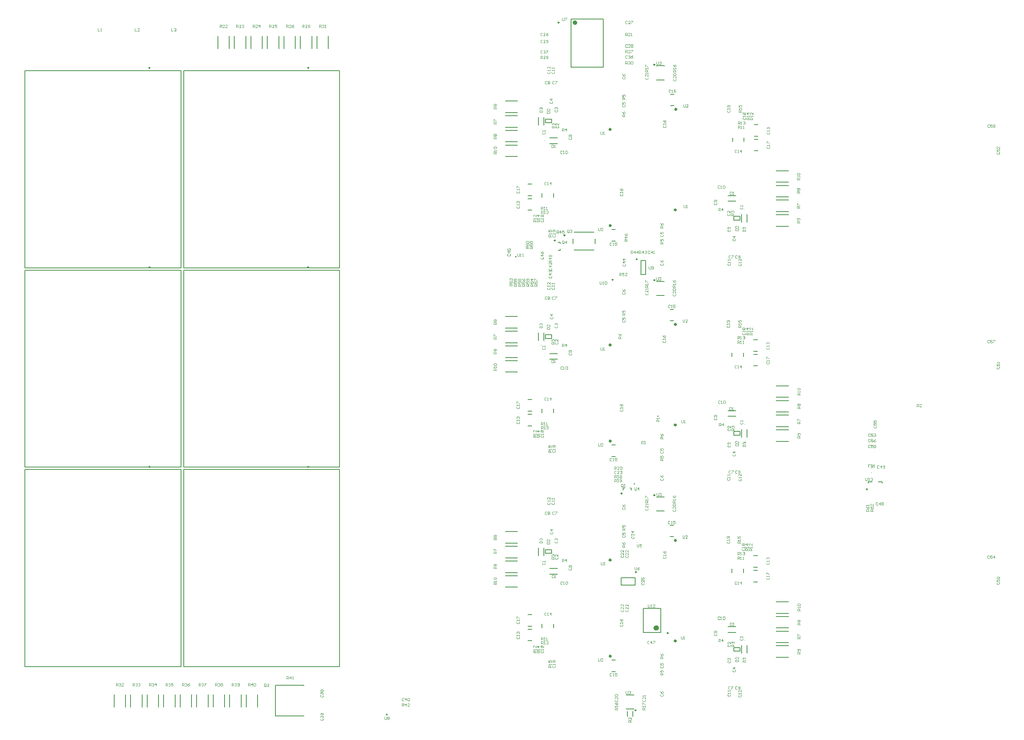
<source format=gto>
G04*
G04 #@! TF.GenerationSoftware,Altium Limited,Altium Designer,24.9.1 (31)*
G04*
G04 Layer_Color=65535*
%FSLAX44Y44*%
%MOMM*%
G71*
G04*
G04 #@! TF.SameCoordinates,25B5EA7A-0A89-4A72-9C9E-8463CCD4450D*
G04*
G04*
G04 #@! TF.FilePolarity,Positive*
G04*
G01*
G75*
%ADD10C,0.2500*%
%ADD11C,0.6000*%
%ADD12C,0.2000*%
%ADD13C,0.2540*%
%ADD14C,0.1000*%
%ADD15C,0.5000*%
%ADD16C,0.0800*%
D10*
X492650Y-256900D02*
G03*
X492650Y-256900I-1250J0D01*
G01*
X58250Y-570550D02*
G03*
X58250Y-570550I-1250J0D01*
G01*
X-42250Y-266000D02*
G03*
X-42250Y-266000I-1250J0D01*
G01*
X-187750Y285500D02*
G03*
X-187750Y285500I-1250J0D01*
G01*
X-166750Y296950D02*
G03*
X-166750Y296950I-1250J0D01*
G01*
X-9250Y244750D02*
G03*
X-9250Y244750I-1250J0D01*
G01*
X-179500Y760800D02*
G03*
X-179500Y760800I-1250J0D01*
G01*
X-10750Y-437500D02*
G03*
X-10750Y-437500I-1250J0D01*
G01*
X-11750Y-739000D02*
G03*
X-11750Y-739000I-1250J0D01*
G01*
X29250Y669000D02*
G03*
X29250Y669000I-1250J0D01*
G01*
Y199000D02*
G03*
X29250Y199000I-1250J0D01*
G01*
Y-270000D02*
G03*
X29250Y-270000I-1250J0D01*
G01*
X-1071250Y-208000D02*
G03*
X-1071250Y-208000I-1250J0D01*
G01*
X-725250D02*
G03*
X-725250Y-208000I-1250J0D01*
G01*
X-1071250Y227000D02*
G03*
X-1071250Y227000I-1250J0D01*
G01*
X-725250D02*
G03*
X-725250Y227000I-1250J0D01*
G01*
X-1071250Y662000D02*
G03*
X-1071250Y662000I-1250J0D01*
G01*
X-725250D02*
G03*
X-725250Y662000I-1250J0D01*
G01*
D11*
X35000Y-559500D02*
G03*
X35000Y-559500I-3000J0D01*
G01*
D12*
X-273000Y250000D02*
G03*
X-273000Y250000I-1000J0D01*
G01*
X-14500Y-245500D02*
G03*
X-14500Y-245500I-1000J0D01*
G01*
X36560Y-97790D02*
G03*
X36560Y-97790I-1000J0D01*
G01*
X516400Y-240400D02*
X524400D01*
Y-243400D02*
Y-240400D01*
X494400D02*
X502400D01*
X494400Y-243400D02*
Y-240400D01*
X500750Y-220750D02*
X501250D01*
X500750Y-211250D02*
X501250D01*
X42000Y-569500D02*
Y-516500D01*
X4000Y-569500D02*
Y-516500D01*
Y-569500D02*
X42000D01*
X4000Y-516500D02*
X42000D01*
X-25000Y-254500D02*
X-22000D01*
Y-258500D02*
Y-254500D01*
X-40000D02*
X-37000D01*
X-40000Y-258500D02*
Y-254500D01*
X-177500Y264000D02*
Y267000D01*
X-181500Y264000D02*
X-177500D01*
Y279000D02*
Y282000D01*
X-181500D02*
X-177500D01*
X-149000Y279050D02*
Y288950D01*
X-146750Y264250D02*
X-103250D01*
X-101000Y279050D02*
Y288950D01*
X-146750Y303750D02*
X-103250D01*
X-297000Y564500D02*
X-270000D01*
X-297000Y589500D02*
X-270000D01*
X-297000Y493500D02*
X-270000D01*
X-297000Y468500D02*
X-270000D01*
X-297000Y525500D02*
X-270000D01*
X-297000Y500500D02*
X-270000D01*
X-297000Y532500D02*
X-270000D01*
X-297000Y557500D02*
X-270000D01*
X-213000Y537500D02*
Y554500D01*
X-225000Y537500D02*
Y554500D01*
X-209750Y542000D02*
Y550000D01*
X-196250Y542000D02*
Y550000D01*
X-209750Y542000D02*
X-196250D01*
X-209750Y550000D02*
X-196250D01*
X-200500Y497000D02*
X-183500D01*
X-200500Y509000D02*
X-183500D01*
X-247250Y383500D02*
X-239250D01*
X-247250Y408500D02*
X-239250D01*
X-191750Y380000D02*
Y388000D01*
X-216750Y380000D02*
Y388000D01*
X-247250Y376500D02*
X-239250D01*
X-247250Y351500D02*
X-239250D01*
X-297000Y94500D02*
X-270000D01*
X-297000Y119500D02*
X-270000D01*
X-297000Y23500D02*
X-270000D01*
X-297000Y-1500D02*
X-270000D01*
X-297000Y55500D02*
X-270000D01*
X-297000Y30500D02*
X-270000D01*
X-297000Y62500D02*
X-270000D01*
X-297000Y87500D02*
X-270000D01*
X-225000Y67500D02*
Y84500D01*
X-213000Y67500D02*
Y84500D01*
X-209750Y72000D02*
Y80000D01*
X-196250Y72000D02*
Y80000D01*
X-209750Y72000D02*
X-196250D01*
X-209750Y80000D02*
X-196250D01*
X-200500Y39000D02*
X-183500D01*
X-200500Y27000D02*
X-183500D01*
X-247250Y-86500D02*
X-239250D01*
X-247250Y-61500D02*
X-239250D01*
X-191750Y-90000D02*
Y-82000D01*
X-216750Y-90000D02*
Y-82000D01*
X-247250Y-93500D02*
X-239250D01*
X-247250Y-118500D02*
X-239250D01*
X-750Y242000D02*
X9250D01*
X-750Y211000D02*
X9250D01*
X-750D02*
Y242000D01*
X9250Y211000D02*
Y242000D01*
X-153250Y768850D02*
X-83250D01*
Y663850D02*
Y768850D01*
X-153250Y663850D02*
X-83250D01*
X-153250D02*
Y768850D01*
X-44500Y-466000D02*
Y-450000D01*
X-13500Y-466000D02*
Y-450000D01*
X-44500Y-466000D02*
X-13500D01*
X-44500Y-450000D02*
X-13500D01*
X-33500Y-736500D02*
X-16500D01*
X-33500Y-705750D02*
Y-705500D01*
Y-736500D02*
Y-736250D01*
Y-705500D02*
X-16500D01*
Y-705750D02*
Y-705500D01*
Y-736500D02*
Y-736250D01*
X32500Y666500D02*
X49500D01*
Y635500D02*
Y635750D01*
Y666250D02*
Y666500D01*
X32500Y635500D02*
X49500D01*
X32500D02*
Y635750D01*
Y666250D02*
Y666500D01*
Y196500D02*
X49500D01*
Y165500D02*
Y165750D01*
Y196250D02*
Y196500D01*
X32500Y165500D02*
X49500D01*
X32500D02*
Y165750D01*
Y196250D02*
Y196500D01*
Y-273750D02*
Y-273500D01*
Y-304500D02*
Y-304250D01*
Y-304500D02*
X49500D01*
Y-273750D02*
Y-273500D01*
Y-304500D02*
Y-304250D01*
X32500Y-273500D02*
X49500D01*
X-297000Y-374500D02*
X-270000D01*
X-297000Y-349500D02*
X-270000D01*
X293500Y341500D02*
X320500D01*
X293500Y316500D02*
X320500D01*
X293500Y-127500D02*
X320500D01*
X293500Y-152500D02*
X320500D01*
X293500Y-598500D02*
X320500D01*
X293500Y-623500D02*
X320500D01*
X-297000Y-445500D02*
X-270000D01*
X-297000Y-470500D02*
X-270000D01*
X293500Y412500D02*
X320500D01*
X293500Y437500D02*
X320500D01*
X293500Y-56500D02*
X320500D01*
X293500Y-31500D02*
X320500D01*
X293500Y-527500D02*
X320500D01*
X293500Y-502500D02*
X320500D01*
X-297000Y-413500D02*
X-270000D01*
X-297000Y-438500D02*
X-270000D01*
X293500Y380500D02*
X320500D01*
X293500Y405500D02*
X320500D01*
X293500Y-88500D02*
X320500D01*
X293500Y-63500D02*
X320500D01*
X293500Y-559500D02*
X320500D01*
X293500Y-534500D02*
X320500D01*
X-297000Y-406500D02*
X-270000D01*
X-297000Y-381500D02*
X-270000D01*
X293500Y373500D02*
X320500D01*
X293500Y348500D02*
X320500D01*
X293500Y-95500D02*
X320500D01*
X293500Y-120500D02*
X320500D01*
X293500Y-566500D02*
X320500D01*
X293500Y-591500D02*
X320500D01*
X-30750Y-752500D02*
Y-741500D01*
X-19267Y-752447D02*
Y-741447D01*
X-213000Y-401500D02*
Y-384500D01*
X-225000Y-401500D02*
Y-384500D01*
X218000Y325500D02*
Y342500D01*
X230000Y325500D02*
Y342500D01*
Y-143500D02*
Y-126500D01*
X218000Y-143500D02*
Y-126500D01*
X230000Y-614500D02*
Y-597500D01*
X218000Y-614500D02*
Y-597500D01*
X-209750Y-397000D02*
Y-389000D01*
X-196250Y-397000D02*
Y-389000D01*
X-209750Y-397000D02*
X-196250D01*
X-209750Y-389000D02*
X-196250D01*
X214750Y330000D02*
Y338000D01*
X201250Y330000D02*
Y338000D01*
X214750D01*
X201250Y330000D02*
X214750D01*
Y-139000D02*
Y-131000D01*
X201250Y-139000D02*
Y-131000D01*
X214750D01*
X201250Y-139000D02*
X214750D01*
Y-610000D02*
Y-602000D01*
X201250Y-610000D02*
Y-602000D01*
X214750D01*
X201250Y-610000D02*
X214750D01*
X-200500Y-442000D02*
X-183500D01*
X-200500Y-430000D02*
X-183500D01*
X188500Y383000D02*
X205500D01*
X188500Y371000D02*
X205500D01*
X188500Y-98000D02*
X205500D01*
X188500Y-86000D02*
X205500D01*
X188500Y-569000D02*
X205500D01*
X188500Y-557000D02*
X205500D01*
X245750Y505998D02*
X253750D01*
X245750Y480998D02*
X253750D01*
X244750Y36998D02*
X252750D01*
X244750Y11998D02*
X252750D01*
X-247250Y-555500D02*
X-239250D01*
X-247250Y-530500D02*
X-239250D01*
X244750Y-434002D02*
X252750D01*
X244750Y-459002D02*
X252750D01*
X-65000Y284500D02*
X-57000D01*
X-65000Y309500D02*
X-57000D01*
X63000Y604500D02*
X71000D01*
X63000Y579500D02*
X71000D01*
X-65000Y-185500D02*
X-57000D01*
X-65000Y-160500D02*
X-57000D01*
X62000Y135500D02*
X70000D01*
X62000Y110500D02*
X70000D01*
X-65000Y-654500D02*
X-57000D01*
X-65000Y-629500D02*
X-57000D01*
X62000Y-335500D02*
X70000D01*
X62000Y-360500D02*
X70000D01*
X198250Y501498D02*
Y509498D01*
X223250Y501498D02*
Y509498D01*
X197250Y32498D02*
Y40498D01*
X222250Y32498D02*
Y40498D01*
X-191750Y-559000D02*
Y-551000D01*
X-216750Y-559000D02*
Y-551000D01*
X197250Y-438502D02*
Y-430502D01*
X222250Y-438502D02*
Y-430502D01*
X245750Y512998D02*
X253750D01*
X245750Y537998D02*
X253750D01*
X244750Y43998D02*
X252750D01*
X244750Y68998D02*
X252750D01*
X-247250Y-562500D02*
X-239250D01*
X-247250Y-587500D02*
X-239250D01*
X244750Y-427002D02*
X252750D01*
X244750Y-402002D02*
X252750D01*
X-1149500Y-731500D02*
Y-704500D01*
X-1124500Y-731500D02*
Y-704500D01*
X-1113500Y-731500D02*
Y-704500D01*
X-1088500Y-731500D02*
Y-704500D01*
X-933500Y-731500D02*
Y-704500D01*
X-908500Y-731500D02*
Y-704500D01*
X-944500Y-731500D02*
Y-704500D01*
X-969500Y-731500D02*
Y-704500D01*
X-1005500Y-731500D02*
Y-704500D01*
X-980500Y-731500D02*
Y-704500D01*
X-1016500Y-731500D02*
Y-704500D01*
X-1041500Y-731500D02*
Y-704500D01*
X-1077500Y-731500D02*
Y-704500D01*
X-1052500Y-731500D02*
Y-704500D01*
X-861500Y-731500D02*
Y-704500D01*
X-836500Y-731500D02*
Y-704500D01*
X-872500Y-731500D02*
Y-704500D01*
X-897500Y-731500D02*
Y-704500D01*
X-735900Y-685250D02*
Y-684750D01*
Y-751250D02*
Y-750750D01*
X-798100Y-751250D02*
X-735900D01*
X-798100D02*
Y-684750D01*
X-735900D01*
X-682500Y704500D02*
Y731500D01*
X-707500Y704500D02*
Y731500D01*
X-743500Y704500D02*
Y731500D01*
X-718500Y704500D02*
Y731500D01*
X-754500Y704500D02*
Y731500D01*
X-779500Y704500D02*
Y731500D01*
X-815500Y704500D02*
Y731500D01*
X-790500Y704500D02*
Y731500D01*
X-826500Y704500D02*
Y731500D01*
X-851500Y704500D02*
Y731500D01*
X-887500Y704500D02*
Y731500D01*
X-862500Y704500D02*
Y731500D01*
X-898500Y704500D02*
Y731500D01*
X-923500Y704500D02*
Y731500D01*
X-1004000Y-644000D02*
Y-214000D01*
X-1344000Y-644000D02*
X-1004000D01*
X-1344000D02*
Y-214000D01*
X-1004000D01*
X-658000Y-644000D02*
Y-214000D01*
X-998000Y-644000D02*
X-658000D01*
X-998000D02*
Y-214000D01*
X-658000D01*
X-1004000Y-209000D02*
Y221000D01*
X-1344000Y-209000D02*
X-1004000D01*
X-1344000D02*
Y221000D01*
X-1004000D01*
X-658000Y-209000D02*
Y221000D01*
X-998000Y-209000D02*
X-658000D01*
X-998000D02*
Y221000D01*
X-658000D01*
X-1004000Y226000D02*
Y656000D01*
X-1344000Y226000D02*
X-1004000D01*
X-1344000D02*
Y656000D01*
X-1004000D01*
X-658000Y226000D02*
Y656000D01*
X-998000Y226000D02*
X-658000D01*
X-998000D02*
Y656000D01*
X-658000D01*
D13*
X-62000Y200000D02*
G03*
X-62000Y200000I-1000J0D01*
G01*
X-554000Y-748000D02*
G03*
X-554000Y-748000I-1000J0D01*
G01*
D14*
X-218500Y527000D02*
G03*
X-218500Y527000I-500J0D01*
G01*
X-209150Y534850D02*
G03*
X-209150Y534850I-500J0D01*
G01*
X-210500Y503000D02*
G03*
X-210500Y503000I-500J0D01*
G01*
X-218500Y57000D02*
G03*
X-218500Y57000I-500J0D01*
G01*
X-209150Y64850D02*
G03*
X-209150Y64850I-500J0D01*
G01*
X-210500Y33000D02*
G03*
X-210500Y33000I-500J0D01*
G01*
X-9500Y-373000D02*
G03*
X-9500Y-373000I-500J0D01*
G01*
X-218500Y-412000D02*
G03*
X-218500Y-412000I-500J0D01*
G01*
X224500Y353000D02*
G03*
X224500Y353000I-500J0D01*
G01*
Y-116000D02*
G03*
X224500Y-116000I-500J0D01*
G01*
Y-587000D02*
G03*
X224500Y-587000I-500J0D01*
G01*
X-209500Y-404000D02*
G03*
X-209500Y-404000I-500J0D01*
G01*
X215500Y345000D02*
G03*
X215500Y345000I-500J0D01*
G01*
Y-124000D02*
G03*
X215500Y-124000I-500J0D01*
G01*
Y-595000D02*
G03*
X215500Y-595000I-500J0D01*
G01*
X-210500Y-436000D02*
G03*
X-210500Y-436000I-500J0D01*
G01*
X216500Y377000D02*
G03*
X216500Y377000I-500J0D01*
G01*
Y-92000D02*
G03*
X216500Y-92000I-500J0D01*
G01*
Y-563000D02*
G03*
X216500Y-563000I-500J0D01*
G01*
D15*
X-142500Y760600D02*
G03*
X-142500Y760600I-2500J0D01*
G01*
X-67250Y318000D02*
G03*
X-67250Y318000I-1000J0D01*
G01*
X75750Y571498D02*
G03*
X75750Y571498I-1000J0D01*
G01*
X-67250Y-152000D02*
G03*
X-67250Y-152000I-1000J0D01*
G01*
X74750Y102498D02*
G03*
X74750Y102498I-1000J0D01*
G01*
X-67250Y-621000D02*
G03*
X-67250Y-621000I-1000J0D01*
G01*
X74750Y-368502D02*
G03*
X74750Y-368502I-1000J0D01*
G01*
X-67500Y527752D02*
G03*
X-67500Y527752I-1000J0D01*
G01*
Y57752D02*
G03*
X-67500Y57752I-1000J0D01*
G01*
Y-411248D02*
G03*
X-67500Y-411248I-1000J0D01*
G01*
X74500Y352248D02*
G03*
X74500Y352248I-1000J0D01*
G01*
Y-116752D02*
G03*
X74500Y-116752I-1000J0D01*
G01*
Y-587752D02*
G03*
X74500Y-587752I-1000J0D01*
G01*
D16*
X488503Y-232001D02*
Y-236999D01*
X489502Y-237999D01*
X491502D01*
X492501Y-236999D01*
Y-232001D01*
X494501Y-237999D02*
X496500D01*
X495500D01*
Y-232001D01*
X494501Y-233001D01*
X499499D02*
X500499Y-232001D01*
X502498D01*
X503498Y-233001D01*
Y-234000D01*
X502498Y-235000D01*
X501498D01*
X502498D01*
X503498Y-236000D01*
Y-236999D01*
X502498Y-237999D01*
X500499D01*
X499499Y-236999D01*
X504999Y-304997D02*
X499001D01*
Y-301998D01*
X500001Y-300999D01*
X502000D01*
X503000Y-301998D01*
Y-304997D01*
Y-302998D02*
X504999Y-300999D01*
X499001Y-295001D02*
X500001Y-297000D01*
X502000Y-298999D01*
X503999D01*
X504999Y-298000D01*
Y-296000D01*
X503999Y-295001D01*
X503000D01*
X502000Y-296000D01*
Y-298999D01*
X504999Y-289003D02*
Y-293001D01*
X501000Y-289003D01*
X500001D01*
X499001Y-290002D01*
Y-292002D01*
X500001Y-293001D01*
X495999Y-304998D02*
X490001D01*
Y-301999D01*
X491001Y-300999D01*
X493000D01*
X494000Y-301999D01*
Y-304998D01*
Y-302998D02*
X495999Y-300999D01*
X490001Y-295001D02*
X491001Y-297000D01*
X493000Y-299000D01*
X494999D01*
X495999Y-298000D01*
Y-296001D01*
X494999Y-295001D01*
X494000D01*
X493000Y-296001D01*
Y-299000D01*
X495999Y-293002D02*
Y-291002D01*
Y-292002D01*
X490001D01*
X491001Y-293002D01*
X498001Y-203001D02*
X494002D01*
Y-206000D01*
X496002D01*
X494002D01*
Y-208999D01*
X500000Y-203001D02*
Y-208999D01*
X502999D01*
X503999Y-207999D01*
Y-207000D01*
X502999Y-206000D01*
X500000D01*
X502999D01*
X503999Y-205000D01*
Y-204001D01*
X502999Y-203001D01*
X500000D01*
X505998Y-208999D02*
X507998D01*
X506998D01*
Y-203001D01*
X505998Y-204001D01*
X758001Y536999D02*
X757002Y537999D01*
X755002D01*
X754003Y536999D01*
Y533001D01*
X755002Y532001D01*
X757002D01*
X758001Y533001D01*
X763999Y537999D02*
X760001D01*
Y535000D01*
X762000Y536000D01*
X763000D01*
X763999Y535000D01*
Y533001D01*
X763000Y532001D01*
X761000D01*
X760001Y533001D01*
X765999D02*
X766998Y532001D01*
X768998D01*
X769997Y533001D01*
Y536999D01*
X768998Y537999D01*
X766998D01*
X765999Y536999D01*
Y536000D01*
X766998Y535000D01*
X769997D01*
X498001Y-161001D02*
X497002Y-160001D01*
X495002D01*
X494003Y-161001D01*
Y-164999D01*
X495002Y-165999D01*
X497002D01*
X498001Y-164999D01*
X503999Y-160001D02*
X500001D01*
Y-163000D01*
X502000Y-162000D01*
X503000D01*
X503999Y-163000D01*
Y-164999D01*
X503000Y-165999D01*
X501000D01*
X500001Y-164999D01*
X505999Y-161001D02*
X506998Y-160001D01*
X508998D01*
X509997Y-161001D01*
Y-162000D01*
X508998Y-163000D01*
X509997Y-164000D01*
Y-164999D01*
X508998Y-165999D01*
X506998D01*
X505999Y-164999D01*
Y-164000D01*
X506998Y-163000D01*
X505999Y-162000D01*
Y-161001D01*
X506998Y-163000D02*
X508998D01*
X758001Y66999D02*
X757002Y67999D01*
X755002D01*
X754003Y66999D01*
Y63001D01*
X755002Y62001D01*
X757002D01*
X758001Y63001D01*
X763999Y67999D02*
X760001D01*
Y65000D01*
X762000Y66000D01*
X763000D01*
X763999Y65000D01*
Y63001D01*
X763000Y62001D01*
X761000D01*
X760001Y63001D01*
X765999Y67999D02*
X769997D01*
Y66999D01*
X765999Y63001D01*
Y62001D01*
X498001Y-149001D02*
X497002Y-148001D01*
X495002D01*
X494003Y-149001D01*
Y-152999D01*
X495002Y-153999D01*
X497002D01*
X498001Y-152999D01*
X503999Y-148001D02*
X500001D01*
Y-151000D01*
X502000Y-150000D01*
X503000D01*
X503999Y-151000D01*
Y-152999D01*
X503000Y-153999D01*
X501000D01*
X500001Y-152999D01*
X509997Y-148001D02*
X507998Y-149001D01*
X505999Y-151000D01*
Y-152999D01*
X506998Y-153999D01*
X508998D01*
X509997Y-152999D01*
Y-152000D01*
X508998Y-151000D01*
X505999D01*
X507001Y-118999D02*
X506001Y-119998D01*
Y-121998D01*
X507001Y-122997D01*
X510999D01*
X511999Y-121998D01*
Y-119998D01*
X510999Y-118999D01*
X506001Y-113001D02*
Y-116999D01*
X509000D01*
X508000Y-115000D01*
Y-114000D01*
X509000Y-113001D01*
X510999D01*
X511999Y-114000D01*
Y-116000D01*
X510999Y-116999D01*
X506001Y-107003D02*
Y-111001D01*
X509000D01*
X508000Y-109002D01*
Y-108002D01*
X509000Y-107003D01*
X510999D01*
X511999Y-108002D01*
Y-110002D01*
X510999Y-111001D01*
X758001Y-403001D02*
X757002Y-402001D01*
X755002D01*
X754003Y-403001D01*
Y-406999D01*
X755002Y-407999D01*
X757002D01*
X758001Y-406999D01*
X763999Y-402001D02*
X760001D01*
Y-405000D01*
X762000Y-404000D01*
X763000D01*
X763999Y-405000D01*
Y-406999D01*
X763000Y-407999D01*
X761000D01*
X760001Y-406999D01*
X768998Y-407999D02*
Y-402001D01*
X765999Y-405000D01*
X769997D01*
X498001Y-137001D02*
X497002Y-136001D01*
X495002D01*
X494003Y-137001D01*
Y-140999D01*
X495002Y-141999D01*
X497002D01*
X498001Y-140999D01*
X503999Y-136001D02*
X500001D01*
Y-139000D01*
X502000Y-138000D01*
X503000D01*
X503999Y-139000D01*
Y-140999D01*
X503000Y-141999D01*
X501000D01*
X500001Y-140999D01*
X505999Y-137001D02*
X506998Y-136001D01*
X508998D01*
X509997Y-137001D01*
Y-138000D01*
X508998Y-139000D01*
X507998D01*
X508998D01*
X509997Y-140000D01*
Y-140999D01*
X508998Y-141999D01*
X506998D01*
X505999Y-140999D01*
X775001Y478001D02*
X774001Y477002D01*
Y475002D01*
X775001Y474003D01*
X778999D01*
X779999Y475002D01*
Y477002D01*
X778999Y478001D01*
X774001Y483999D02*
Y480001D01*
X777000D01*
X776000Y482000D01*
Y483000D01*
X777000Y483999D01*
X778999D01*
X779999Y483000D01*
Y481000D01*
X778999Y480001D01*
X779999Y489997D02*
Y485999D01*
X776000Y489997D01*
X775001D01*
X774001Y488998D01*
Y486998D01*
X775001Y485999D01*
Y10001D02*
X774001Y9001D01*
Y7002D01*
X775001Y6002D01*
X778999D01*
X779999Y7002D01*
Y9001D01*
X778999Y10001D01*
X774001Y15999D02*
Y12000D01*
X777000D01*
X776000Y14000D01*
Y14999D01*
X777000Y15999D01*
X778999D01*
X779999Y14999D01*
Y13000D01*
X778999Y12000D01*
X779999Y17998D02*
Y19998D01*
Y18998D01*
X774001D01*
X775001Y17998D01*
Y-459999D02*
X774001Y-460998D01*
Y-462998D01*
X775001Y-463997D01*
X778999D01*
X779999Y-462998D01*
Y-460998D01*
X778999Y-459999D01*
X774001Y-454001D02*
Y-457999D01*
X777000D01*
X776000Y-456000D01*
Y-455000D01*
X777000Y-454001D01*
X778999D01*
X779999Y-455000D01*
Y-457000D01*
X778999Y-457999D01*
X775001Y-452001D02*
X774001Y-451002D01*
Y-449002D01*
X775001Y-448003D01*
X778999D01*
X779999Y-449002D01*
Y-451002D01*
X778999Y-452001D01*
X775001D01*
X518001Y-206001D02*
X517002Y-205001D01*
X515002D01*
X514003Y-206001D01*
Y-209999D01*
X515002Y-210999D01*
X517002D01*
X518001Y-209999D01*
X523000Y-210999D02*
Y-205001D01*
X520001Y-208000D01*
X523999D01*
X525999Y-209999D02*
X526998Y-210999D01*
X528998D01*
X529997Y-209999D01*
Y-206001D01*
X528998Y-205001D01*
X526998D01*
X525999Y-206001D01*
Y-207000D01*
X526998Y-208000D01*
X529997D01*
X515001Y-287001D02*
X514002Y-286001D01*
X512002D01*
X511003Y-287001D01*
Y-290999D01*
X512002Y-291999D01*
X514002D01*
X515001Y-290999D01*
X520000Y-291999D02*
Y-286001D01*
X517001Y-289000D01*
X520999D01*
X522999Y-287001D02*
X523998Y-286001D01*
X525998D01*
X526997Y-287001D01*
Y-288000D01*
X525998Y-289000D01*
X526997Y-290000D01*
Y-290999D01*
X525998Y-291999D01*
X523998D01*
X522999Y-290999D01*
Y-290000D01*
X523998Y-289000D01*
X522999Y-288000D01*
Y-287001D01*
X523998Y-289000D02*
X525998D01*
X600002Y-77299D02*
Y-71301D01*
X603001D01*
X604000Y-72301D01*
Y-74300D01*
X603001Y-75300D01*
X600002D01*
X609998Y-77299D02*
X606000D01*
X609998Y-73300D01*
Y-72301D01*
X608999Y-71301D01*
X606999D01*
X606000Y-72301D01*
X14503Y-508001D02*
Y-512999D01*
X15502Y-513999D01*
X17501D01*
X18501Y-512999D01*
Y-508001D01*
X20501Y-513999D02*
X22500D01*
X21500D01*
Y-508001D01*
X20501Y-509001D01*
X29498Y-513999D02*
X25499D01*
X29498Y-510000D01*
Y-509001D01*
X28498Y-508001D01*
X26499D01*
X25499Y-509001D01*
X17001Y-589001D02*
X16002Y-588001D01*
X14002D01*
X13003Y-589001D01*
Y-592999D01*
X14002Y-593999D01*
X16002D01*
X17001Y-592999D01*
X22000Y-593999D02*
Y-588001D01*
X19001Y-591000D01*
X22999D01*
X24999Y-588001D02*
X28997D01*
Y-589001D01*
X24999Y-592999D01*
Y-593999D01*
X-270498Y256999D02*
Y252001D01*
X-269498Y251001D01*
X-267499D01*
X-266499Y252001D01*
Y256999D01*
X-264500Y251001D02*
X-262500D01*
X-263500D01*
Y256999D01*
X-264500Y255999D01*
X-259501Y251001D02*
X-257502D01*
X-258502D01*
Y256999D01*
X-259501Y255999D01*
X-246001Y268003D02*
X-251999D01*
Y271002D01*
X-250999Y272001D01*
X-249000D01*
X-248000Y271002D01*
Y268003D01*
Y270002D02*
X-246001Y272001D01*
X-251999Y277999D02*
X-250999Y276000D01*
X-249000Y274001D01*
X-247001D01*
X-246001Y275000D01*
Y277000D01*
X-247001Y277999D01*
X-248000D01*
X-249000Y277000D01*
Y274001D01*
X-250999Y279999D02*
X-251999Y280998D01*
Y282998D01*
X-250999Y283997D01*
X-247001D01*
X-246001Y282998D01*
Y280998D01*
X-247001Y279999D01*
X-250999D01*
X-245001Y186003D02*
X-250999D01*
Y189002D01*
X-249999Y190001D01*
X-248000D01*
X-247000Y189002D01*
Y186003D01*
Y188002D02*
X-245001Y190001D01*
X-250999Y195999D02*
Y192001D01*
X-248000D01*
X-249000Y194000D01*
Y195000D01*
X-248000Y195999D01*
X-246001D01*
X-245001Y195000D01*
Y193000D01*
X-246001Y192001D01*
Y197999D02*
X-245001Y198998D01*
Y200998D01*
X-246001Y201997D01*
X-249999D01*
X-250999Y200998D01*
Y198998D01*
X-249999Y197999D01*
X-249000D01*
X-248000Y198998D01*
Y201997D01*
X-263001Y186003D02*
X-268999D01*
Y189002D01*
X-267999Y190001D01*
X-266000D01*
X-265000Y189002D01*
Y186003D01*
Y188002D02*
X-263001Y190001D01*
X-268999Y195999D02*
Y192001D01*
X-266000D01*
X-267000Y194000D01*
Y195000D01*
X-266000Y195999D01*
X-264001D01*
X-263001Y195000D01*
Y193000D01*
X-264001Y192001D01*
X-267999Y197999D02*
X-268999Y198998D01*
Y200998D01*
X-267999Y201997D01*
X-267000D01*
X-266000Y200998D01*
X-265000Y201997D01*
X-264001D01*
X-263001Y200998D01*
Y198998D01*
X-264001Y197999D01*
X-265000D01*
X-266000Y198998D01*
X-267000Y197999D01*
X-267999D01*
X-266000Y198998D02*
Y200998D01*
X-227001Y186003D02*
X-232999D01*
Y189002D01*
X-231999Y190001D01*
X-230000D01*
X-229000Y189002D01*
Y186003D01*
Y188002D02*
X-227001Y190001D01*
X-232999Y195999D02*
Y192001D01*
X-230000D01*
X-231000Y194000D01*
Y195000D01*
X-230000Y195999D01*
X-228001D01*
X-227001Y195000D01*
Y193000D01*
X-228001Y192001D01*
X-232999Y197999D02*
Y201997D01*
X-231999D01*
X-228001Y197999D01*
X-227001D01*
X-254001Y186003D02*
X-259999D01*
Y189002D01*
X-258999Y190001D01*
X-257000D01*
X-256000Y189002D01*
Y186003D01*
Y188002D02*
X-254001Y190001D01*
X-259999Y195999D02*
Y192001D01*
X-257000D01*
X-258000Y194000D01*
Y195000D01*
X-257000Y195999D01*
X-255001D01*
X-254001Y195000D01*
Y193000D01*
X-255001Y192001D01*
X-259999Y201997D02*
X-258999Y199998D01*
X-257000Y197999D01*
X-255001D01*
X-254001Y198998D01*
Y200998D01*
X-255001Y201997D01*
X-256000D01*
X-257000Y200998D01*
Y197999D01*
X-272001Y186003D02*
X-277999D01*
Y189002D01*
X-276999Y190001D01*
X-275000D01*
X-274000Y189002D01*
Y186003D01*
Y188002D02*
X-272001Y190001D01*
X-277999Y195999D02*
Y192001D01*
X-275000D01*
X-276000Y194000D01*
Y195000D01*
X-275000Y195999D01*
X-273001D01*
X-272001Y195000D01*
Y193000D01*
X-273001Y192001D01*
X-277999Y201997D02*
Y197999D01*
X-275000D01*
X-276000Y199998D01*
Y200998D01*
X-275000Y201997D01*
X-273001D01*
X-272001Y200998D01*
Y198998D01*
X-273001Y197999D01*
X-236001Y186003D02*
X-241999D01*
Y189002D01*
X-240999Y190001D01*
X-239000D01*
X-238000Y189002D01*
Y186003D01*
Y188002D02*
X-236001Y190001D01*
X-241999Y195999D02*
Y192001D01*
X-239000D01*
X-240000Y194000D01*
Y195000D01*
X-239000Y195999D01*
X-237001D01*
X-236001Y195000D01*
Y193000D01*
X-237001Y192001D01*
X-236001Y200998D02*
X-241999D01*
X-239000Y197999D01*
Y201997D01*
X-281001Y187003D02*
X-286999D01*
Y190002D01*
X-285999Y191001D01*
X-284000D01*
X-283000Y190002D01*
Y187003D01*
Y189002D02*
X-281001Y191001D01*
X-286999Y196999D02*
Y193001D01*
X-284000D01*
X-285000Y195000D01*
Y196000D01*
X-284000Y196999D01*
X-282001D01*
X-281001Y196000D01*
Y194000D01*
X-282001Y193001D01*
X-285999Y198999D02*
X-286999Y199998D01*
Y201998D01*
X-285999Y202997D01*
X-285000D01*
X-284000Y201998D01*
Y200998D01*
Y201998D01*
X-283000Y202997D01*
X-282001D01*
X-281001Y201998D01*
Y199998D01*
X-282001Y198999D01*
X-47997Y209001D02*
Y214999D01*
X-44998D01*
X-43999Y213999D01*
Y212000D01*
X-44998Y211000D01*
X-47997D01*
X-45998D02*
X-43999Y209001D01*
X-38001Y214999D02*
X-41999D01*
Y212000D01*
X-40000Y213000D01*
X-39000D01*
X-38001Y212000D01*
Y210001D01*
X-39000Y209001D01*
X-41000D01*
X-41999Y210001D01*
X-32003Y209001D02*
X-36001D01*
X-32003Y213000D01*
Y213999D01*
X-33002Y214999D01*
X-35002D01*
X-36001Y213999D01*
X-237001Y268003D02*
X-242999D01*
Y271002D01*
X-241999Y272001D01*
X-240000D01*
X-239000Y271002D01*
Y268003D01*
Y270002D02*
X-237001Y272001D01*
X-242999Y277999D02*
Y274001D01*
X-240000D01*
X-241000Y276000D01*
Y277000D01*
X-240000Y277999D01*
X-238001D01*
X-237001Y277000D01*
Y275000D01*
X-238001Y274001D01*
X-241999Y279999D02*
X-242999Y280998D01*
Y282998D01*
X-241999Y283997D01*
X-238001D01*
X-237001Y282998D01*
Y280998D01*
X-238001Y279999D01*
X-241999D01*
X-196001Y238003D02*
X-201999D01*
Y241002D01*
X-200999Y242001D01*
X-199000D01*
X-198000Y241002D01*
Y238003D01*
Y240002D02*
X-196001Y242001D01*
Y247000D02*
X-201999D01*
X-199000Y244001D01*
Y247999D01*
X-200999Y249999D02*
X-201999Y250998D01*
Y252998D01*
X-200999Y253997D01*
X-200000D01*
X-199000Y252998D01*
X-198000Y253997D01*
X-197001D01*
X-196001Y252998D01*
Y250998D01*
X-197001Y249999D01*
X-198000D01*
X-199000Y250998D01*
X-200000Y249999D01*
X-200999D01*
X-199000Y250998D02*
Y252998D01*
X-218999Y249001D02*
X-219999Y248002D01*
Y246002D01*
X-218999Y245003D01*
X-215001D01*
X-214001Y246002D01*
Y248002D01*
X-215001Y249001D01*
X-214001Y254000D02*
X-219999D01*
X-217000Y251001D01*
Y254999D01*
X-219999Y260997D02*
X-218999Y258998D01*
X-217000Y256999D01*
X-215001D01*
X-214001Y257998D01*
Y259998D01*
X-215001Y260997D01*
X-216000D01*
X-217000Y259998D01*
Y256999D01*
X-290999Y256001D02*
X-291999Y255002D01*
Y253002D01*
X-290999Y252003D01*
X-287001D01*
X-286001Y253002D01*
Y255002D01*
X-287001Y256001D01*
X-286001Y261000D02*
X-291999D01*
X-289000Y258001D01*
Y261999D01*
X-291999Y267997D02*
Y263999D01*
X-289000D01*
X-290000Y265998D01*
Y266998D01*
X-289000Y267997D01*
X-287001D01*
X-286001Y266998D01*
Y264998D01*
X-287001Y263999D01*
X-90498Y195999D02*
Y191001D01*
X-89498Y190001D01*
X-87499D01*
X-86499Y191001D01*
Y195999D01*
X-84500Y190001D02*
X-82500D01*
X-83500D01*
Y195999D01*
X-84500Y194999D01*
X-79501D02*
X-78502Y195999D01*
X-76502D01*
X-75502Y194999D01*
Y191001D01*
X-76502Y190001D01*
X-78502D01*
X-79501Y191001D01*
Y194999D01*
X-31001Y284003D02*
X-36999D01*
Y287002D01*
X-35999Y288001D01*
X-34000D01*
X-33000Y287002D01*
Y284003D01*
Y286002D02*
X-31001Y288001D01*
Y293000D02*
X-36999D01*
X-34000Y290001D01*
Y293999D01*
X-36999Y299997D02*
X-35999Y297998D01*
X-34000Y295999D01*
X-32001D01*
X-31001Y296998D01*
Y298998D01*
X-32001Y299997D01*
X-33000D01*
X-34000Y298998D01*
Y295999D01*
X-184997Y301001D02*
Y306999D01*
X-181998D01*
X-180999Y305999D01*
Y304000D01*
X-181998Y303000D01*
X-184997D01*
X-182998D02*
X-180999Y301001D01*
X-176000D02*
Y306999D01*
X-178999Y304000D01*
X-175001D01*
X-169003Y306999D02*
X-173001D01*
Y304000D01*
X-171002Y305000D01*
X-170002D01*
X-169003Y304000D01*
Y302001D01*
X-170002Y301001D01*
X-172002D01*
X-173001Y302001D01*
X-39999Y234001D02*
X-40999Y233002D01*
Y231002D01*
X-39999Y230003D01*
X-36001D01*
X-35001Y231002D01*
Y233002D01*
X-36001Y234001D01*
X-35001Y239000D02*
X-40999D01*
X-38000Y236001D01*
Y239999D01*
X-35001Y244998D02*
X-40999D01*
X-38000Y241999D01*
Y245997D01*
X-200999Y208001D02*
X-201999Y207002D01*
Y205002D01*
X-200999Y204003D01*
X-197001D01*
X-196001Y205002D01*
Y207002D01*
X-197001Y208001D01*
X-196001Y213000D02*
X-201999D01*
X-199000Y210001D01*
Y213999D01*
X-200999Y215999D02*
X-201999Y216998D01*
Y218998D01*
X-200999Y219997D01*
X-200000D01*
X-199000Y218998D01*
Y217998D01*
Y218998D01*
X-198000Y219997D01*
X-197001D01*
X-196001Y218998D01*
Y216998D01*
X-197001Y215999D01*
X-200999Y225001D02*
X-201999Y224002D01*
Y222002D01*
X-200999Y221003D01*
X-197001D01*
X-196001Y222002D01*
Y224002D01*
X-197001Y225001D01*
X-196001Y230000D02*
X-201999D01*
X-199000Y227001D01*
Y230999D01*
X-196001Y236997D02*
Y232999D01*
X-200000Y236997D01*
X-200999D01*
X-201999Y235998D01*
Y233998D01*
X-200999Y232999D01*
X-197001Y293503D02*
X-202999D01*
Y296502D01*
X-201999Y297501D01*
X-200000D01*
X-199000Y296502D01*
Y293503D01*
Y295502D02*
X-197001Y297501D01*
Y299501D02*
Y301500D01*
Y300500D01*
X-202999D01*
X-201999Y299501D01*
X-202999Y308498D02*
Y304499D01*
X-200000D01*
X-201000Y306498D01*
Y307498D01*
X-200000Y308498D01*
X-198001D01*
X-197001Y307498D01*
Y305499D01*
X-198001Y304499D01*
X-222001Y326502D02*
X-227999D01*
Y329501D01*
X-226999Y330501D01*
X-225000D01*
X-224000Y329501D01*
Y326502D01*
Y328502D02*
X-222001Y330501D01*
Y332500D02*
Y334500D01*
Y333500D01*
X-227999D01*
X-226999Y332500D01*
X-222001Y340498D02*
X-227999D01*
X-225000Y337499D01*
Y341498D01*
X-218498Y344001D02*
Y349999D01*
X-215499D01*
X-214499Y348999D01*
Y347000D01*
X-215499Y346000D01*
X-218498D01*
X-216498D02*
X-214499Y344001D01*
X-212500D02*
X-210500D01*
X-211500D01*
Y349999D01*
X-212500Y348999D01*
X-207501D02*
X-206502Y349999D01*
X-204502D01*
X-203502Y348999D01*
Y348000D01*
X-204502Y347000D01*
X-205502D01*
X-204502D01*
X-203502Y346000D01*
Y345001D01*
X-204502Y344001D01*
X-206502D01*
X-207501Y345001D01*
X-230001Y326502D02*
X-235999D01*
Y329501D01*
X-234999Y330501D01*
X-233000D01*
X-232000Y329501D01*
Y326502D01*
Y328502D02*
X-230001Y330501D01*
Y332500D02*
Y334500D01*
Y333500D01*
X-235999D01*
X-234999Y332500D01*
X-230001Y341498D02*
Y337499D01*
X-234000Y341498D01*
X-234999D01*
X-235999Y340498D01*
Y338498D01*
X-234999Y337499D01*
X-218498Y353001D02*
Y358999D01*
X-215499D01*
X-214499Y357999D01*
Y356000D01*
X-215499Y355000D01*
X-218498D01*
X-216499D02*
X-214499Y353001D01*
X-212500D02*
X-210501D01*
X-211500D01*
Y358999D01*
X-212500Y357999D01*
X-207502Y353001D02*
X-205502D01*
X-206502D01*
Y358999D01*
X-207502Y357999D01*
X-316001Y573002D02*
X-321999D01*
Y576001D01*
X-320999Y577000D01*
X-319000D01*
X-318000Y576001D01*
Y573002D01*
Y575001D02*
X-316001Y577000D01*
X-317001Y579000D02*
X-316001Y579999D01*
Y581999D01*
X-317001Y582998D01*
X-320999D01*
X-321999Y581999D01*
Y579999D01*
X-320999Y579000D01*
X-320000D01*
X-319000Y579999D01*
Y582998D01*
X-316001Y474502D02*
X-321999D01*
Y477501D01*
X-320999Y478501D01*
X-319000D01*
X-318000Y477501D01*
Y474502D01*
Y476502D02*
X-316001Y478501D01*
Y480500D02*
Y482500D01*
Y481500D01*
X-321999D01*
X-320999Y480500D01*
Y485499D02*
X-321999Y486498D01*
Y488498D01*
X-320999Y489497D01*
X-317001D01*
X-316001Y488498D01*
Y486498D01*
X-317001Y485499D01*
X-320999D01*
X-316001Y508002D02*
X-321999D01*
Y511001D01*
X-320999Y512000D01*
X-319000D01*
X-318000Y511001D01*
Y508002D01*
Y510001D02*
X-316001Y512000D01*
X-320999Y514000D02*
X-321999Y514999D01*
Y516999D01*
X-320999Y517998D01*
X-320000D01*
X-319000Y516999D01*
X-318000Y517998D01*
X-317001D01*
X-316001Y516999D01*
Y514999D01*
X-317001Y514000D01*
X-318000D01*
X-319000Y514999D01*
X-320000Y514000D01*
X-320999D01*
X-319000Y514999D02*
Y516999D01*
X-316001Y540002D02*
X-321999D01*
Y543001D01*
X-320999Y544000D01*
X-319000D01*
X-318000Y543001D01*
Y540002D01*
Y542001D02*
X-316001Y544000D01*
X-321999Y546000D02*
Y549998D01*
X-320999D01*
X-317001Y546000D01*
X-316001D01*
X-172998Y524001D02*
Y529999D01*
X-169999D01*
X-169000Y528999D01*
Y527000D01*
X-169999Y526000D01*
X-172998D01*
X-170999D02*
X-169000Y524001D01*
X-164001D02*
Y529999D01*
X-167000Y527000D01*
X-163002D01*
X-189001Y531002D02*
X-194999D01*
Y534001D01*
X-193999Y535000D01*
X-192000D01*
X-191000Y534001D01*
Y531002D01*
Y533001D02*
X-189001Y535000D01*
X-193999Y537000D02*
X-194999Y537999D01*
Y539999D01*
X-193999Y540998D01*
X-193000D01*
X-192000Y539999D01*
Y538999D01*
Y539999D01*
X-191000Y540998D01*
X-190001D01*
X-189001Y539999D01*
Y537999D01*
X-190001Y537000D01*
X-221999Y565002D02*
X-216001D01*
Y568001D01*
X-217001Y569000D01*
X-220999D01*
X-221999Y568001D01*
Y565002D01*
X-220999Y571000D02*
X-221999Y571999D01*
Y573999D01*
X-220999Y574998D01*
X-220000D01*
X-219000Y573999D01*
Y572999D01*
Y573999D01*
X-218000Y574998D01*
X-217001D01*
X-216001Y573999D01*
Y571999D01*
X-217001Y571000D01*
X-205999Y563002D02*
X-200001D01*
Y566001D01*
X-201001Y567000D01*
X-204999D01*
X-205999Y566001D01*
Y563002D01*
X-200001Y572998D02*
Y569000D01*
X-204000Y572998D01*
X-204999D01*
X-205999Y571999D01*
Y569999D01*
X-204999Y569000D01*
X-195999Y493999D02*
Y488001D01*
X-193000D01*
X-192000Y489001D01*
Y492999D01*
X-193000Y493999D01*
X-195999D01*
X-190001Y488001D02*
X-188001D01*
X-189001D01*
Y493999D01*
X-190001Y492999D01*
X-192999Y297501D02*
X-193999Y296502D01*
Y294502D01*
X-192999Y293503D01*
X-189001D01*
X-188001Y294502D01*
Y296502D01*
X-189001Y297501D01*
X-188001Y299501D02*
Y301500D01*
Y300500D01*
X-193999D01*
X-192999Y299501D01*
X-189001Y304499D02*
X-188001Y305499D01*
Y307498D01*
X-189001Y308498D01*
X-192999D01*
X-193999Y307498D01*
Y305499D01*
X-192999Y304499D01*
X-192000D01*
X-191000Y305499D01*
Y308498D01*
X-218999Y330501D02*
X-219999Y329501D01*
Y327502D01*
X-218999Y326502D01*
X-215001D01*
X-214001Y327502D01*
Y329501D01*
X-215001Y330501D01*
X-214001Y332500D02*
Y334500D01*
Y333500D01*
X-219999D01*
X-218999Y332500D01*
Y337499D02*
X-219999Y338498D01*
Y340498D01*
X-218999Y341498D01*
X-218000D01*
X-217000Y340498D01*
X-216000Y341498D01*
X-215001D01*
X-214001Y340498D01*
Y338498D01*
X-215001Y337499D01*
X-216000D01*
X-217000Y338498D01*
X-218000Y337499D01*
X-218999D01*
X-217000Y338498D02*
Y340498D01*
X-270999Y393501D02*
X-271999Y392501D01*
Y390502D01*
X-270999Y389502D01*
X-267001D01*
X-266001Y390502D01*
Y392501D01*
X-267001Y393501D01*
X-266001Y395500D02*
Y397500D01*
Y396500D01*
X-271999D01*
X-270999Y395500D01*
X-271999Y400499D02*
Y404497D01*
X-270999D01*
X-267001Y400499D01*
X-266001D01*
X-207499Y411999D02*
X-208498Y412999D01*
X-210498D01*
X-211497Y411999D01*
Y408001D01*
X-210498Y407001D01*
X-208498D01*
X-207499Y408001D01*
X-205499Y407001D02*
X-203500D01*
X-204500D01*
Y412999D01*
X-205499Y411999D01*
X-197502Y407001D02*
Y412999D01*
X-200501Y410000D01*
X-196502D01*
X-270999Y360501D02*
X-271999Y359501D01*
Y357502D01*
X-270999Y356502D01*
X-267001D01*
X-266001Y357502D01*
Y359501D01*
X-267001Y360501D01*
X-266001Y362500D02*
Y364500D01*
Y363500D01*
X-271999D01*
X-270999Y362500D01*
Y367499D02*
X-271999Y368498D01*
Y370498D01*
X-270999Y371498D01*
X-270000D01*
X-269000Y370498D01*
Y369498D01*
Y370498D01*
X-268000Y371498D01*
X-267001D01*
X-266001Y370498D01*
Y368498D01*
X-267001Y367499D01*
X-203999Y653501D02*
X-204999Y652502D01*
Y650502D01*
X-203999Y649502D01*
X-200001D01*
X-199001Y650502D01*
Y652502D01*
X-200001Y653501D01*
X-199001Y655500D02*
Y657500D01*
Y656500D01*
X-204999D01*
X-203999Y655500D01*
X-199001Y664498D02*
Y660499D01*
X-203000Y664498D01*
X-203999D01*
X-204999Y663498D01*
Y661498D01*
X-203999Y660499D01*
X-194999Y653501D02*
X-195999Y652501D01*
Y650502D01*
X-194999Y649502D01*
X-191001D01*
X-190001Y650502D01*
Y652501D01*
X-191001Y653501D01*
X-190001Y655500D02*
Y657499D01*
Y656500D01*
X-195999D01*
X-194999Y655500D01*
X-190001Y660499D02*
Y662498D01*
Y661498D01*
X-195999D01*
X-194999Y660499D01*
X-206000Y631999D02*
X-206999Y632999D01*
X-208999D01*
X-209998Y631999D01*
Y628001D01*
X-208999Y627001D01*
X-206999D01*
X-206000Y628001D01*
X-204000Y631999D02*
X-203001Y632999D01*
X-201001D01*
X-200002Y631999D01*
Y631000D01*
X-201001Y630000D01*
X-200002Y629000D01*
Y628001D01*
X-201001Y627001D01*
X-203001D01*
X-204000Y628001D01*
Y629000D01*
X-203001Y630000D01*
X-204000Y631000D01*
Y631999D01*
X-203001Y630000D02*
X-201001D01*
X-190000Y631999D02*
X-190999Y632999D01*
X-192999D01*
X-193998Y631999D01*
Y628001D01*
X-192999Y627001D01*
X-190999D01*
X-190000Y628001D01*
X-188000Y632999D02*
X-184002D01*
Y631999D01*
X-188000Y628001D01*
Y627001D01*
X-172499Y479999D02*
X-173498Y480999D01*
X-175498D01*
X-176497Y479999D01*
Y476001D01*
X-175498Y475001D01*
X-173498D01*
X-172499Y476001D01*
X-170499Y475001D02*
X-168500D01*
X-169500D01*
Y480999D01*
X-170499Y479999D01*
X-165501D02*
X-164501Y480999D01*
X-162502D01*
X-161502Y479999D01*
Y476001D01*
X-162502Y475001D01*
X-164501D01*
X-165501Y476001D01*
Y479999D01*
X-157999Y510000D02*
X-158999Y509001D01*
Y507001D01*
X-157999Y506002D01*
X-154001D01*
X-153001Y507001D01*
Y509001D01*
X-154001Y510000D01*
Y512000D02*
X-153001Y512999D01*
Y514999D01*
X-154001Y515998D01*
X-157999D01*
X-158999Y514999D01*
Y512999D01*
X-157999Y512000D01*
X-157000D01*
X-156000Y512999D01*
Y515998D01*
X-198999Y589000D02*
X-199999Y588001D01*
Y586001D01*
X-198999Y585002D01*
X-195001D01*
X-194001Y586001D01*
Y588001D01*
X-195001Y589000D01*
X-194001Y593999D02*
X-199999D01*
X-197000Y591000D01*
Y594998D01*
X-187999Y570000D02*
X-188999Y569001D01*
Y567001D01*
X-187999Y566002D01*
X-184001D01*
X-183001Y567001D01*
Y569001D01*
X-184001Y570000D01*
X-187999Y572000D02*
X-188999Y572999D01*
Y574999D01*
X-187999Y575998D01*
X-187000D01*
X-186000Y574999D01*
Y573999D01*
Y574999D01*
X-185000Y575998D01*
X-184001D01*
X-183001Y574999D01*
Y572999D01*
X-184001Y572000D01*
X-185999Y535000D02*
X-186999Y534001D01*
Y532001D01*
X-185999Y531002D01*
X-182001D01*
X-181001Y532001D01*
Y534001D01*
X-182001Y535000D01*
X-181001Y540998D02*
Y537000D01*
X-185000Y540998D01*
X-185999D01*
X-186999Y539999D01*
Y537999D01*
X-185999Y537000D01*
X-214999Y522000D02*
X-215999Y521000D01*
Y519001D01*
X-214999Y518001D01*
X-211001D01*
X-210001Y519001D01*
Y521000D01*
X-211001Y522000D01*
X-210001Y523999D02*
Y525999D01*
Y524999D01*
X-215999D01*
X-214999Y523999D01*
X-197001Y-176498D02*
X-202999D01*
Y-173498D01*
X-201999Y-172499D01*
X-200000D01*
X-199000Y-173498D01*
Y-176498D01*
Y-174498D02*
X-197001Y-172499D01*
Y-170499D02*
Y-168500D01*
Y-169500D01*
X-202999D01*
X-201999Y-170499D01*
X-202999Y-161502D02*
Y-165501D01*
X-200000D01*
X-201000Y-163502D01*
Y-162502D01*
X-200000Y-161502D01*
X-198001D01*
X-197001Y-162502D01*
Y-164501D01*
X-198001Y-165501D01*
X-222001Y-143498D02*
X-227999D01*
Y-140499D01*
X-226999Y-139499D01*
X-225000D01*
X-224000Y-140499D01*
Y-143498D01*
Y-141498D02*
X-222001Y-139499D01*
Y-137500D02*
Y-135500D01*
Y-136500D01*
X-227999D01*
X-226999Y-137500D01*
X-222001Y-129502D02*
X-227999D01*
X-225000Y-132501D01*
Y-128503D01*
X-218498Y-125999D02*
Y-120001D01*
X-215499D01*
X-214499Y-121001D01*
Y-123000D01*
X-215499Y-124000D01*
X-218498D01*
X-216498D02*
X-214499Y-125999D01*
X-212500D02*
X-210500D01*
X-211500D01*
Y-120001D01*
X-212500Y-121001D01*
X-207501D02*
X-206502Y-120001D01*
X-204502D01*
X-203502Y-121001D01*
Y-122000D01*
X-204502Y-123000D01*
X-205502D01*
X-204502D01*
X-203502Y-124000D01*
Y-124999D01*
X-204502Y-125999D01*
X-206502D01*
X-207501Y-124999D01*
X-230001Y-143498D02*
X-235999D01*
Y-140499D01*
X-234999Y-139499D01*
X-233000D01*
X-232000Y-140499D01*
Y-143498D01*
Y-141498D02*
X-230001Y-139499D01*
Y-137500D02*
Y-135500D01*
Y-136500D01*
X-235999D01*
X-234999Y-137500D01*
X-230001Y-128503D02*
Y-132501D01*
X-234000Y-128503D01*
X-234999D01*
X-235999Y-129502D01*
Y-131502D01*
X-234999Y-132501D01*
X-218498Y-116999D02*
Y-111001D01*
X-215499D01*
X-214499Y-112001D01*
Y-114000D01*
X-215499Y-115000D01*
X-218498D01*
X-216499D02*
X-214499Y-116999D01*
X-212500D02*
X-210501D01*
X-211500D01*
Y-111001D01*
X-212500Y-112001D01*
X-207502Y-116999D02*
X-205502D01*
X-206502D01*
Y-111001D01*
X-207502Y-112001D01*
X-316001Y103002D02*
X-321999D01*
Y106001D01*
X-320999Y107000D01*
X-319000D01*
X-318000Y106001D01*
Y103002D01*
Y105001D02*
X-316001Y107000D01*
X-317001Y109000D02*
X-316001Y109999D01*
Y111999D01*
X-317001Y112998D01*
X-320999D01*
X-321999Y111999D01*
Y109999D01*
X-320999Y109000D01*
X-320000D01*
X-319000Y109999D01*
Y112998D01*
X-316001Y2503D02*
X-321999D01*
Y5501D01*
X-320999Y6501D01*
X-319000D01*
X-318000Y5501D01*
Y2503D01*
Y4502D02*
X-316001Y6501D01*
Y8500D02*
Y10500D01*
Y9500D01*
X-321999D01*
X-320999Y8500D01*
Y13499D02*
X-321999Y14498D01*
Y16498D01*
X-320999Y17498D01*
X-317001D01*
X-316001Y16498D01*
Y14498D01*
X-317001Y13499D01*
X-320999D01*
X-316001Y39002D02*
X-321999D01*
Y42001D01*
X-320999Y43000D01*
X-319000D01*
X-318000Y42001D01*
Y39002D01*
Y41001D02*
X-316001Y43000D01*
X-320999Y45000D02*
X-321999Y45999D01*
Y47999D01*
X-320999Y48998D01*
X-320000D01*
X-319000Y47999D01*
X-318000Y48998D01*
X-317001D01*
X-316001Y47999D01*
Y45999D01*
X-317001Y45000D01*
X-318000D01*
X-319000Y45999D01*
X-320000Y45000D01*
X-320999D01*
X-319000Y45999D02*
Y47999D01*
X-316001Y71002D02*
X-321999D01*
Y74001D01*
X-320999Y75000D01*
X-319000D01*
X-318000Y74001D01*
Y71002D01*
Y73001D02*
X-316001Y75000D01*
X-321999Y77000D02*
Y80998D01*
X-320999D01*
X-317001Y77000D01*
X-316001D01*
X-172998Y54001D02*
Y59999D01*
X-169999D01*
X-169000Y58999D01*
Y57000D01*
X-169999Y56000D01*
X-172998D01*
X-170999D02*
X-169000Y54001D01*
X-164001D02*
Y59999D01*
X-167000Y57000D01*
X-163002D01*
X-190001Y60002D02*
X-195999D01*
Y63001D01*
X-194999Y64000D01*
X-193000D01*
X-192000Y63001D01*
Y60002D01*
Y62001D02*
X-190001Y64000D01*
X-194999Y66000D02*
X-195999Y66999D01*
Y68999D01*
X-194999Y69998D01*
X-194000D01*
X-193000Y68999D01*
Y67999D01*
Y68999D01*
X-192000Y69998D01*
X-191001D01*
X-190001Y68999D01*
Y66999D01*
X-191001Y66000D01*
X-221999Y95002D02*
X-216001D01*
Y98001D01*
X-217001Y99000D01*
X-220999D01*
X-221999Y98001D01*
Y95002D01*
X-220999Y101000D02*
X-221999Y101999D01*
Y103999D01*
X-220999Y104998D01*
X-220000D01*
X-219000Y103999D01*
Y102999D01*
Y103999D01*
X-218000Y104998D01*
X-217001D01*
X-216001Y103999D01*
Y101999D01*
X-217001Y101000D01*
X-205999Y92002D02*
X-200001D01*
Y95001D01*
X-201001Y96000D01*
X-204999D01*
X-205999Y95001D01*
Y92002D01*
X-200001Y101998D02*
Y98000D01*
X-204000Y101998D01*
X-204999D01*
X-205999Y100999D01*
Y98999D01*
X-204999Y98000D01*
X-195999Y24999D02*
Y19001D01*
X-193000D01*
X-192000Y20001D01*
Y23999D01*
X-193000Y24999D01*
X-195999D01*
X-190001Y19001D02*
X-188001D01*
X-189001D01*
Y24999D01*
X-190001Y23999D01*
X-192999Y-172499D02*
X-193999Y-173498D01*
Y-175498D01*
X-192999Y-176498D01*
X-189001D01*
X-188001Y-175498D01*
Y-173498D01*
X-189001Y-172499D01*
X-188001Y-170499D02*
Y-168500D01*
Y-169500D01*
X-193999D01*
X-192999Y-170499D01*
X-189001Y-165501D02*
X-188001Y-164501D01*
Y-162502D01*
X-189001Y-161502D01*
X-192999D01*
X-193999Y-162502D01*
Y-164501D01*
X-192999Y-165501D01*
X-192000D01*
X-191000Y-164501D01*
Y-161502D01*
X-218999Y-139499D02*
X-219999Y-140499D01*
Y-142498D01*
X-218999Y-143498D01*
X-215001D01*
X-214001Y-142498D01*
Y-140499D01*
X-215001Y-139499D01*
X-214001Y-137500D02*
Y-135500D01*
Y-136500D01*
X-219999D01*
X-218999Y-137500D01*
Y-132501D02*
X-219999Y-131502D01*
Y-129502D01*
X-218999Y-128503D01*
X-218000D01*
X-217000Y-129502D01*
X-216000Y-128503D01*
X-215001D01*
X-214001Y-129502D01*
Y-131502D01*
X-215001Y-132501D01*
X-216000D01*
X-217000Y-131502D01*
X-218000Y-132501D01*
X-218999D01*
X-217000Y-131502D02*
Y-129502D01*
X-270999Y-76499D02*
X-271999Y-77498D01*
Y-79498D01*
X-270999Y-80498D01*
X-267001D01*
X-266001Y-79498D01*
Y-77498D01*
X-267001Y-76499D01*
X-266001Y-74500D02*
Y-72500D01*
Y-73500D01*
X-271999D01*
X-270999Y-74500D01*
X-271999Y-69501D02*
Y-65502D01*
X-270999D01*
X-267001Y-69501D01*
X-266001D01*
X-207499Y-58001D02*
X-208498Y-57001D01*
X-210498D01*
X-211497Y-58001D01*
Y-61999D01*
X-210498Y-62999D01*
X-208498D01*
X-207499Y-61999D01*
X-205499Y-62999D02*
X-203500D01*
X-204500D01*
Y-57001D01*
X-205499Y-58001D01*
X-197502Y-62999D02*
Y-57001D01*
X-200501Y-60000D01*
X-196502D01*
X-270999Y-109499D02*
X-271999Y-110499D01*
Y-112498D01*
X-270999Y-113497D01*
X-267001D01*
X-266001Y-112498D01*
Y-110499D01*
X-267001Y-109499D01*
X-266001Y-107500D02*
Y-105500D01*
Y-106500D01*
X-271999D01*
X-270999Y-107500D01*
Y-102501D02*
X-271999Y-101501D01*
Y-99502D01*
X-270999Y-98502D01*
X-270000D01*
X-269000Y-99502D01*
Y-100502D01*
Y-99502D01*
X-268000Y-98502D01*
X-267001D01*
X-266001Y-99502D01*
Y-101501D01*
X-267001Y-102501D01*
X-203999Y183501D02*
X-204999Y182502D01*
Y180502D01*
X-203999Y179503D01*
X-200001D01*
X-199001Y180502D01*
Y182502D01*
X-200001Y183501D01*
X-199001Y185501D02*
Y187500D01*
Y186500D01*
X-204999D01*
X-203999Y185501D01*
X-199001Y194498D02*
Y190499D01*
X-203000Y194498D01*
X-203999D01*
X-204999Y193498D01*
Y191499D01*
X-203999Y190499D01*
X-194999Y183501D02*
X-195999Y182501D01*
Y180502D01*
X-194999Y179502D01*
X-191001D01*
X-190001Y180502D01*
Y182501D01*
X-191001Y183501D01*
X-190001Y185500D02*
Y187500D01*
Y186500D01*
X-195999D01*
X-194999Y185500D01*
X-190001Y190499D02*
Y192498D01*
Y191498D01*
X-195999D01*
X-194999Y190499D01*
X-206000Y161999D02*
X-206999Y162999D01*
X-208999D01*
X-209998Y161999D01*
Y158001D01*
X-208999Y157001D01*
X-206999D01*
X-206000Y158001D01*
X-204000Y161999D02*
X-203001Y162999D01*
X-201001D01*
X-200002Y161999D01*
Y161000D01*
X-201001Y160000D01*
X-200002Y159000D01*
Y158001D01*
X-201001Y157001D01*
X-203001D01*
X-204000Y158001D01*
Y159000D01*
X-203001Y160000D01*
X-204000Y161000D01*
Y161999D01*
X-203001Y160000D02*
X-201001D01*
X-191000Y161999D02*
X-191999Y162999D01*
X-193999D01*
X-194998Y161999D01*
Y158001D01*
X-193999Y157001D01*
X-191999D01*
X-191000Y158001D01*
X-189000Y162999D02*
X-185002D01*
Y161999D01*
X-189000Y158001D01*
Y157001D01*
X-172499Y9999D02*
X-173498Y10999D01*
X-175498D01*
X-176497Y9999D01*
Y6001D01*
X-175498Y5001D01*
X-173498D01*
X-172499Y6001D01*
X-170499Y5001D02*
X-168500D01*
X-169500D01*
Y10999D01*
X-170499Y9999D01*
X-165501D02*
X-164501Y10999D01*
X-162502D01*
X-161502Y9999D01*
Y6001D01*
X-162502Y5001D01*
X-164501D01*
X-165501Y6001D01*
Y9999D01*
X-157999Y40000D02*
X-158999Y39001D01*
Y37001D01*
X-157999Y36002D01*
X-154001D01*
X-153001Y37001D01*
Y39001D01*
X-154001Y40000D01*
Y42000D02*
X-153001Y42999D01*
Y44999D01*
X-154001Y45998D01*
X-157999D01*
X-158999Y44999D01*
Y42999D01*
X-157999Y42000D01*
X-157000D01*
X-156000Y42999D01*
Y45998D01*
X-197999Y119000D02*
X-198999Y118001D01*
Y116001D01*
X-197999Y115002D01*
X-194001D01*
X-193001Y116001D01*
Y118001D01*
X-194001Y119000D01*
X-193001Y123999D02*
X-198999D01*
X-196000Y121000D01*
Y124998D01*
X-187999Y99000D02*
X-188999Y98001D01*
Y96001D01*
X-187999Y95002D01*
X-184001D01*
X-183001Y96001D01*
Y98001D01*
X-184001Y99000D01*
X-187999Y101000D02*
X-188999Y101999D01*
Y103999D01*
X-187999Y104998D01*
X-187000D01*
X-186000Y103999D01*
Y102999D01*
Y103999D01*
X-185000Y104998D01*
X-184001D01*
X-183001Y103999D01*
Y101999D01*
X-184001Y101000D01*
X-186999Y64000D02*
X-187999Y63001D01*
Y61001D01*
X-186999Y60002D01*
X-183001D01*
X-182001Y61001D01*
Y63001D01*
X-183001Y64000D01*
X-182001Y69998D02*
Y66000D01*
X-186000Y69998D01*
X-186999D01*
X-187999Y68999D01*
Y66999D01*
X-186999Y66000D01*
X-214999Y52000D02*
X-215999Y51000D01*
Y49001D01*
X-214999Y48001D01*
X-211001D01*
X-210001Y49001D01*
Y51000D01*
X-211001Y52000D01*
X-210001Y53999D02*
Y55999D01*
Y54999D01*
X-215999D01*
X-214999Y53999D01*
X-36001Y556002D02*
X-41999D01*
Y559001D01*
X-40999Y560000D01*
X-39000D01*
X-38000Y559001D01*
Y556002D01*
Y558001D02*
X-36001Y560000D01*
X-41999Y565998D02*
X-40999Y563999D01*
X-39000Y562000D01*
X-37001D01*
X-36001Y562999D01*
Y564999D01*
X-37001Y565998D01*
X-38000D01*
X-39000Y564999D01*
Y562000D01*
X-44001Y72002D02*
X-49999D01*
Y75001D01*
X-48999Y76000D01*
X-47000D01*
X-46000Y75001D01*
Y72002D01*
Y74001D02*
X-44001Y76000D01*
X-49999Y81998D02*
X-48999Y79999D01*
X-47000Y78000D01*
X-45001D01*
X-44001Y78999D01*
Y80999D01*
X-45001Y81998D01*
X-46000D01*
X-47000Y80999D01*
Y78000D01*
X-36001Y-382998D02*
X-41999D01*
Y-379999D01*
X-40999Y-379000D01*
X-39000D01*
X-38000Y-379999D01*
Y-382998D01*
Y-380999D02*
X-36001Y-379000D01*
X-41999Y-373002D02*
X-40999Y-375001D01*
X-39000Y-377000D01*
X-37001D01*
X-36001Y-376001D01*
Y-374001D01*
X-37001Y-373002D01*
X-38000D01*
X-39000Y-374001D01*
Y-377000D01*
X46999Y313002D02*
X41001D01*
Y316001D01*
X42001Y317000D01*
X44000D01*
X45000Y316001D01*
Y313002D01*
Y315001D02*
X46999Y317000D01*
X41001Y322998D02*
X42001Y320999D01*
X44000Y319000D01*
X45999D01*
X46999Y319999D01*
Y321999D01*
X45999Y322998D01*
X45000D01*
X44000Y321999D01*
Y319000D01*
X46999Y-146998D02*
X41001D01*
Y-143999D01*
X42001Y-143000D01*
X44000D01*
X45000Y-143999D01*
Y-146998D01*
Y-144999D02*
X46999Y-143000D01*
X41001Y-137002D02*
X42001Y-139001D01*
X44000Y-141000D01*
X45999D01*
X46999Y-140001D01*
Y-138001D01*
X45999Y-137002D01*
X45000D01*
X44000Y-138001D01*
Y-141000D01*
X46999Y-625998D02*
X41001D01*
Y-622999D01*
X42001Y-622000D01*
X44000D01*
X45000Y-622999D01*
Y-625998D01*
Y-623999D02*
X46999Y-622000D01*
X41001Y-616002D02*
X42001Y-618001D01*
X44000Y-620000D01*
X45999D01*
X46999Y-619001D01*
Y-617001D01*
X45999Y-616002D01*
X45000D01*
X44000Y-617001D01*
Y-620000D01*
X-36001Y593002D02*
X-41999D01*
Y596001D01*
X-40999Y597000D01*
X-39000D01*
X-38000Y596001D01*
Y593002D01*
Y595001D02*
X-36001Y597000D01*
X-41999Y602998D02*
Y599000D01*
X-39000D01*
X-40000Y600999D01*
Y601999D01*
X-39000Y602998D01*
X-37001D01*
X-36001Y601999D01*
Y599999D01*
X-37001Y599000D01*
X-36001Y123002D02*
X-41999D01*
Y126001D01*
X-40999Y127000D01*
X-39000D01*
X-38000Y126001D01*
Y123002D01*
Y125001D02*
X-36001Y127000D01*
X-41999Y132998D02*
Y129000D01*
X-39000D01*
X-40000Y130999D01*
Y131999D01*
X-39000Y132998D01*
X-37001D01*
X-36001Y131999D01*
Y129999D01*
X-37001Y129000D01*
X-36001Y-345998D02*
X-41999D01*
Y-342999D01*
X-40999Y-342000D01*
X-39000D01*
X-38000Y-342999D01*
Y-345998D01*
Y-343999D02*
X-36001Y-342000D01*
X-41999Y-336002D02*
Y-340000D01*
X-39000D01*
X-40000Y-338001D01*
Y-337001D01*
X-39000Y-336002D01*
X-37001D01*
X-36001Y-337001D01*
Y-339001D01*
X-37001Y-340000D01*
X46999Y278002D02*
X41001D01*
Y281001D01*
X42001Y282000D01*
X44000D01*
X45000Y281001D01*
Y278002D01*
Y280001D02*
X46999Y282000D01*
X41001Y287998D02*
Y284000D01*
X44000D01*
X43000Y285999D01*
Y286999D01*
X44000Y287998D01*
X45999D01*
X46999Y286999D01*
Y284999D01*
X45999Y284000D01*
X46999Y-193998D02*
X41001D01*
Y-190999D01*
X42001Y-190000D01*
X44000D01*
X45000Y-190999D01*
Y-193998D01*
Y-191999D02*
X46999Y-190000D01*
X41001Y-184002D02*
Y-188000D01*
X44000D01*
X43000Y-186001D01*
Y-185001D01*
X44000Y-184002D01*
X45999D01*
X46999Y-185001D01*
Y-187001D01*
X45999Y-188000D01*
X46999Y-661998D02*
X41001D01*
Y-658999D01*
X42001Y-658000D01*
X44000D01*
X45000Y-658999D01*
Y-661998D01*
Y-659999D02*
X46999Y-658000D01*
X41001Y-652002D02*
Y-656000D01*
X44000D01*
X43000Y-654001D01*
Y-653001D01*
X44000Y-652002D01*
X45999D01*
X46999Y-653001D01*
Y-655001D01*
X45999Y-656000D01*
X16002Y228999D02*
Y224001D01*
X17001Y223001D01*
X19001D01*
X20000Y224001D01*
Y228999D01*
X22000Y224001D02*
X22999Y223001D01*
X24999D01*
X25998Y224001D01*
Y227999D01*
X24999Y228999D01*
X22999D01*
X22000Y227999D01*
Y227000D01*
X22999Y226000D01*
X25998D01*
X-22997Y257001D02*
Y262999D01*
X-19998D01*
X-18999Y261999D01*
Y260000D01*
X-19998Y259000D01*
X-22997D01*
X-20998D02*
X-18999Y257001D01*
X-14000D02*
Y262999D01*
X-16999Y260000D01*
X-13001D01*
X-8002Y257001D02*
Y262999D01*
X-11001Y260000D01*
X-7003D01*
X-4997Y257001D02*
Y262999D01*
X-1998D01*
X-999Y261999D01*
Y260000D01*
X-1998Y259000D01*
X-4997D01*
X-2998D02*
X-999Y257001D01*
X4000D02*
Y262999D01*
X1001Y260000D01*
X4999D01*
X6999Y261999D02*
X7998Y262999D01*
X9998D01*
X10997Y261999D01*
Y261000D01*
X9998Y260000D01*
X8998D01*
X9998D01*
X10997Y259000D01*
Y258001D01*
X9998Y257001D01*
X7998D01*
X6999Y258001D01*
X-40000Y-250999D02*
Y-247001D01*
X-41000Y-246001D01*
X-42999D01*
X-43999Y-247001D01*
Y-250999D01*
X-42999Y-251999D01*
X-41000D01*
X-41999Y-250000D02*
X-40000Y-251999D01*
X-41000D02*
X-40000Y-250999D01*
X-38001Y-251999D02*
X-36001D01*
X-37001D01*
Y-246001D01*
X-38001Y-247001D01*
X18001Y261999D02*
X17001Y262999D01*
X15002D01*
X14002Y261999D01*
Y258001D01*
X15002Y257001D01*
X17001D01*
X18001Y258001D01*
X22999Y257001D02*
Y262999D01*
X20000Y260000D01*
X23999D01*
X25998Y257001D02*
X27998D01*
X26998D01*
Y262999D01*
X25998Y261999D01*
X-172998Y770999D02*
Y766001D01*
X-171999Y765001D01*
X-169999D01*
X-169000Y766001D01*
Y770999D01*
X-167000D02*
X-163002D01*
Y769999D01*
X-167000Y766001D01*
Y765001D01*
X-14998Y-427001D02*
Y-431999D01*
X-13999Y-432999D01*
X-11999D01*
X-11000Y-431999D01*
Y-427001D01*
X-5002D02*
X-7001Y-428001D01*
X-9000Y-430000D01*
Y-431999D01*
X-8001Y-432999D01*
X-6001D01*
X-5002Y-431999D01*
Y-431000D01*
X-6001Y-430000D01*
X-9000D01*
X-9998Y-377001D02*
Y-381999D01*
X-8999Y-382999D01*
X-6999D01*
X-6000Y-381999D01*
Y-377001D01*
X-2D02*
X-4000D01*
Y-380000D01*
X-2001Y-379000D01*
X-1001D01*
X-2Y-380000D01*
Y-381999D01*
X-1001Y-382999D01*
X-3001D01*
X-4000Y-381999D01*
X-14998Y-253001D02*
Y-257999D01*
X-13999Y-258999D01*
X-11999D01*
X-11000Y-257999D01*
Y-253001D01*
X-6001Y-258999D02*
Y-253001D01*
X-9000Y-256000D01*
X-5002D01*
X-33998Y-697001D02*
Y-701999D01*
X-32999Y-702999D01*
X-30999D01*
X-30000Y-701999D01*
Y-697001D01*
X-28000Y-698001D02*
X-27001Y-697001D01*
X-25001D01*
X-24002Y-698001D01*
Y-699000D01*
X-25001Y-700000D01*
X-26001D01*
X-25001D01*
X-24002Y-701000D01*
Y-701999D01*
X-25001Y-702999D01*
X-27001D01*
X-28000Y-701999D01*
X33002Y674999D02*
Y670001D01*
X34001Y669001D01*
X36001D01*
X37000Y670001D01*
Y674999D01*
X39000Y673999D02*
X39999Y674999D01*
X41999D01*
X42998Y673999D01*
Y673000D01*
X41999Y672000D01*
X40999D01*
X41999D01*
X42998Y671000D01*
Y670001D01*
X41999Y669001D01*
X39999D01*
X39000Y670001D01*
X32002Y204999D02*
Y200001D01*
X33001Y199001D01*
X35001D01*
X36000Y200001D01*
Y204999D01*
X38000Y203999D02*
X38999Y204999D01*
X40999D01*
X41998Y203999D01*
Y203000D01*
X40999Y202000D01*
X39999D01*
X40999D01*
X41998Y201000D01*
Y200001D01*
X40999Y199001D01*
X38999D01*
X38000Y200001D01*
X33002Y-265001D02*
Y-269999D01*
X34001Y-270999D01*
X36001D01*
X37000Y-269999D01*
Y-265001D01*
X39000Y-266001D02*
X39999Y-265001D01*
X41999D01*
X42998Y-266001D01*
Y-267000D01*
X41999Y-268000D01*
X40999D01*
X41999D01*
X42998Y-269000D01*
Y-269999D01*
X41999Y-270999D01*
X39999D01*
X39000Y-269999D01*
X-93998Y312999D02*
Y308001D01*
X-92999Y307001D01*
X-90999D01*
X-90000Y308001D01*
Y312999D01*
X-84002Y307001D02*
X-88000D01*
X-84002Y311000D01*
Y311999D01*
X-85001Y312999D01*
X-87001D01*
X-88000Y311999D01*
X91002Y581999D02*
Y577001D01*
X92001Y576001D01*
X94001D01*
X95000Y577001D01*
Y581999D01*
X100998Y576001D02*
X97000D01*
X100998Y580000D01*
Y580999D01*
X99999Y581999D01*
X97999D01*
X97000Y580999D01*
X-93998Y-157001D02*
Y-161999D01*
X-92999Y-162999D01*
X-90999D01*
X-90000Y-161999D01*
Y-157001D01*
X-84002Y-162999D02*
X-88000D01*
X-84002Y-159000D01*
Y-158001D01*
X-85001Y-157001D01*
X-87001D01*
X-88000Y-158001D01*
X90002Y112999D02*
Y108001D01*
X91001Y107001D01*
X93001D01*
X94000Y108001D01*
Y112999D01*
X99998Y107001D02*
X96000D01*
X99998Y111000D01*
Y111999D01*
X98999Y112999D01*
X96999D01*
X96000Y111999D01*
X-93998Y-626001D02*
Y-630999D01*
X-92999Y-631999D01*
X-90999D01*
X-90000Y-630999D01*
Y-626001D01*
X-84002Y-631999D02*
X-88000D01*
X-84002Y-628000D01*
Y-627001D01*
X-85001Y-626001D01*
X-87001D01*
X-88000Y-627001D01*
X90002Y-358001D02*
Y-362999D01*
X91001Y-363999D01*
X93001D01*
X94000Y-362999D01*
Y-358001D01*
X99998Y-363999D02*
X96000D01*
X99998Y-360000D01*
Y-359001D01*
X98999Y-358001D01*
X96999D01*
X96000Y-359001D01*
X-88999Y522999D02*
Y518001D01*
X-87999Y517001D01*
X-86000D01*
X-85000Y518001D01*
Y522999D01*
X-83001Y517001D02*
X-81001D01*
X-82001D01*
Y522999D01*
X-83001Y521999D01*
X-88999Y51999D02*
Y47001D01*
X-87999Y46001D01*
X-86000D01*
X-85000Y47001D01*
Y51999D01*
X-83001Y46001D02*
X-81001D01*
X-82001D01*
Y51999D01*
X-83001Y50999D01*
X-87999Y-416001D02*
Y-420999D01*
X-86999Y-421999D01*
X-85000D01*
X-84000Y-420999D01*
Y-416001D01*
X-82001Y-421999D02*
X-80001D01*
X-81001D01*
Y-416001D01*
X-82001Y-417001D01*
X92001Y362999D02*
Y358001D01*
X93001Y357001D01*
X95000D01*
X96000Y358001D01*
Y362999D01*
X97999Y357001D02*
X99999D01*
X98999D01*
Y362999D01*
X97999Y361999D01*
X87001Y-106001D02*
Y-110999D01*
X88001Y-111999D01*
X90000D01*
X91000Y-110999D01*
Y-106001D01*
X92999Y-111999D02*
X94999D01*
X93999D01*
Y-106001D01*
X92999Y-107001D01*
X86001Y-578001D02*
Y-582999D01*
X87001Y-583999D01*
X89000D01*
X90000Y-582999D01*
Y-578001D01*
X91999Y-583999D02*
X93999D01*
X92999D01*
Y-578001D01*
X91999Y-579001D01*
X-34997Y670001D02*
Y675999D01*
X-31998D01*
X-30999Y674999D01*
Y673000D01*
X-31998Y672000D01*
X-34997D01*
X-32998D02*
X-30999Y670001D01*
X-28999Y674999D02*
X-28000Y675999D01*
X-26000D01*
X-25001Y674999D01*
Y674000D01*
X-26000Y673000D01*
X-27000D01*
X-26000D01*
X-25001Y672000D01*
Y671001D01*
X-26000Y670001D01*
X-28000D01*
X-28999Y671001D01*
X-23001Y674999D02*
X-22002Y675999D01*
X-20002D01*
X-19003Y674999D01*
Y671001D01*
X-20002Y670001D01*
X-22002D01*
X-23001Y671001D01*
Y674999D01*
X-34997Y695001D02*
Y700999D01*
X-31998D01*
X-30999Y699999D01*
Y698000D01*
X-31998Y697000D01*
X-34997D01*
X-32998D02*
X-30999Y695001D01*
X-25001D02*
X-28999D01*
X-25001Y699000D01*
Y699999D01*
X-26000Y700999D01*
X-28000D01*
X-28999Y699999D01*
X-23001Y700999D02*
X-19003D01*
Y699999D01*
X-23001Y696001D01*
Y695001D01*
X-219997Y682001D02*
Y687999D01*
X-216998D01*
X-215999Y686999D01*
Y685000D01*
X-216998Y684000D01*
X-219997D01*
X-217998D02*
X-215999Y682001D01*
X-210001D02*
X-213999D01*
X-210001Y686000D01*
Y686999D01*
X-211000Y687999D01*
X-213000D01*
X-213999Y686999D01*
X-208001Y683001D02*
X-207002Y682001D01*
X-205002D01*
X-204003Y683001D01*
Y686999D01*
X-205002Y687999D01*
X-207002D01*
X-208001Y686999D01*
Y686000D01*
X-207002Y685000D01*
X-204003D01*
X-34998Y732001D02*
Y737999D01*
X-31999D01*
X-30999Y736999D01*
Y735000D01*
X-31999Y734000D01*
X-34998D01*
X-32998D02*
X-30999Y732001D01*
X-25001D02*
X-29000D01*
X-25001Y736000D01*
Y736999D01*
X-26001Y737999D01*
X-28000D01*
X-29000Y736999D01*
X-23002Y732001D02*
X-21002D01*
X-22002D01*
Y737999D01*
X-23002Y736999D01*
X-58997Y-213999D02*
Y-208001D01*
X-55998D01*
X-54999Y-209001D01*
Y-211000D01*
X-55998Y-212000D01*
X-58997D01*
X-56998D02*
X-54999Y-213999D01*
X-49001D02*
X-52999D01*
X-49001Y-210000D01*
Y-209001D01*
X-50000Y-208001D01*
X-52000D01*
X-52999Y-209001D01*
X-47001D02*
X-46002Y-208001D01*
X-44002D01*
X-43003Y-209001D01*
Y-212999D01*
X-44002Y-213999D01*
X-46002D01*
X-47001Y-212999D01*
Y-209001D01*
X-58498Y-240999D02*
Y-235001D01*
X-55498D01*
X-54499Y-236001D01*
Y-238000D01*
X-55498Y-239000D01*
X-58498D01*
X-56498D02*
X-54499Y-240999D01*
X-52499D02*
X-50500D01*
X-51500D01*
Y-235001D01*
X-52499Y-236001D01*
X-47501Y-239999D02*
X-46501Y-240999D01*
X-44502D01*
X-43502Y-239999D01*
Y-236001D01*
X-44502Y-235001D01*
X-46501D01*
X-47501Y-236001D01*
Y-237000D01*
X-46501Y-238000D01*
X-43502D01*
X-58498Y-231999D02*
Y-226001D01*
X-55498D01*
X-54499Y-227001D01*
Y-229000D01*
X-55498Y-230000D01*
X-58498D01*
X-56498D02*
X-54499Y-231999D01*
X-52499D02*
X-50500D01*
X-51500D01*
Y-226001D01*
X-52499Y-227001D01*
X-47501D02*
X-46501Y-226001D01*
X-44502D01*
X-43502Y-227001D01*
Y-228000D01*
X-44502Y-229000D01*
X-43502Y-230000D01*
Y-230999D01*
X-44502Y-231999D01*
X-46501D01*
X-47501Y-230999D01*
Y-230000D01*
X-46501Y-229000D01*
X-47501Y-228000D01*
Y-227001D01*
X-46501Y-229000D02*
X-44502D01*
X7999Y-737498D02*
X2001D01*
Y-734499D01*
X3001Y-733499D01*
X5000D01*
X6000Y-734499D01*
Y-737498D01*
Y-735498D02*
X7999Y-733499D01*
Y-731499D02*
Y-729500D01*
Y-730500D01*
X2001D01*
X3001Y-731499D01*
X2001Y-726501D02*
Y-722502D01*
X3001D01*
X6999Y-726501D01*
X7999D01*
X13999Y653503D02*
X8001D01*
Y656501D01*
X9001Y657501D01*
X11000D01*
X12000Y656501D01*
Y653503D01*
Y655502D02*
X13999Y657501D01*
Y659501D02*
Y661500D01*
Y660500D01*
X8001D01*
X9001Y659501D01*
X8001Y664499D02*
Y668498D01*
X9001D01*
X12999Y664499D01*
X13999D01*
X13999Y183502D02*
X8001D01*
Y186502D01*
X9001Y187501D01*
X11000D01*
X12000Y186502D01*
Y183502D01*
Y185502D02*
X13999Y187501D01*
Y189501D02*
Y191500D01*
Y190500D01*
X8001D01*
X9001Y189501D01*
X8001Y194499D02*
Y198498D01*
X9001D01*
X12999Y194499D01*
X13999D01*
Y-286498D02*
X8001D01*
Y-283498D01*
X9001Y-282499D01*
X11000D01*
X12000Y-283498D01*
Y-286498D01*
Y-284498D02*
X13999Y-282499D01*
Y-280499D02*
Y-278500D01*
Y-279500D01*
X8001D01*
X9001Y-280499D01*
X8001Y-275501D02*
Y-271502D01*
X9001D01*
X12999Y-275501D01*
X13999D01*
X-52001Y-737498D02*
X-57999D01*
Y-734499D01*
X-56999Y-733499D01*
X-55000D01*
X-54000Y-734499D01*
Y-737498D01*
Y-735498D02*
X-52001Y-733499D01*
Y-731499D02*
Y-729500D01*
Y-730500D01*
X-57999D01*
X-56999Y-731499D01*
X-57999Y-722502D02*
X-56999Y-724502D01*
X-55000Y-726501D01*
X-53001D01*
X-52001Y-725501D01*
Y-723502D01*
X-53001Y-722502D01*
X-54000D01*
X-55000Y-723502D01*
Y-726501D01*
X74999Y653503D02*
X69001D01*
Y656501D01*
X70001Y657501D01*
X72000D01*
X73000Y656501D01*
Y653503D01*
Y655502D02*
X74999Y657501D01*
Y659501D02*
Y661500D01*
Y660500D01*
X69001D01*
X70001Y659501D01*
X69001Y668498D02*
X70001Y666498D01*
X72000Y664499D01*
X73999D01*
X74999Y665499D01*
Y667498D01*
X73999Y668498D01*
X73000D01*
X72000Y667498D01*
Y664499D01*
X73999Y183502D02*
X68001D01*
Y186502D01*
X69001Y187501D01*
X71000D01*
X72000Y186502D01*
Y183502D01*
Y185502D02*
X73999Y187501D01*
Y189501D02*
Y191500D01*
Y190500D01*
X68001D01*
X69001Y189501D01*
X68001Y198498D02*
X69001Y196498D01*
X71000Y194499D01*
X72999D01*
X73999Y195499D01*
Y197498D01*
X72999Y198498D01*
X72000D01*
X71000Y197498D01*
Y194499D01*
X73999Y-286498D02*
X68001D01*
Y-283498D01*
X69001Y-282499D01*
X71000D01*
X72000Y-283498D01*
Y-286498D01*
Y-284498D02*
X73999Y-282499D01*
Y-280499D02*
Y-278500D01*
Y-279500D01*
X68001D01*
X69001Y-280499D01*
X68001Y-271502D02*
X69001Y-273502D01*
X71000Y-275501D01*
X72999D01*
X73999Y-274501D01*
Y-272502D01*
X72999Y-271502D01*
X72000D01*
X71000Y-272502D01*
Y-275501D01*
X217999Y565502D02*
X212001D01*
Y568502D01*
X213001Y569501D01*
X215000D01*
X216000Y568502D01*
Y565502D01*
Y567502D02*
X217999Y569501D01*
Y571501D02*
Y573500D01*
Y572500D01*
X212001D01*
X213001Y571501D01*
X212001Y580498D02*
Y576499D01*
X215000D01*
X214000Y578498D01*
Y579498D01*
X215000Y580498D01*
X216999D01*
X217999Y579498D01*
Y577499D01*
X216999Y576499D01*
X216999Y96502D02*
X211001D01*
Y99501D01*
X212001Y100501D01*
X214000D01*
X215000Y99501D01*
Y96502D01*
Y98502D02*
X216999Y100501D01*
Y102500D02*
Y104500D01*
Y103500D01*
X211001D01*
X212001Y102500D01*
X211001Y111498D02*
Y107499D01*
X214000D01*
X213000Y109498D01*
Y110498D01*
X214000Y111498D01*
X215999D01*
X216999Y110498D01*
Y108498D01*
X215999Y107499D01*
X-197001Y-645498D02*
X-202999D01*
Y-642498D01*
X-201999Y-641499D01*
X-200000D01*
X-199000Y-642498D01*
Y-645498D01*
Y-643498D02*
X-197001Y-641499D01*
Y-639500D02*
Y-637500D01*
Y-638500D01*
X-202999D01*
X-201999Y-639500D01*
X-202999Y-630502D02*
Y-634501D01*
X-200000D01*
X-201000Y-632502D01*
Y-631502D01*
X-200000Y-630502D01*
X-198001D01*
X-197001Y-631502D01*
Y-633502D01*
X-198001Y-634501D01*
X215999Y-374497D02*
X210001D01*
Y-371498D01*
X211001Y-370499D01*
X213000D01*
X214000Y-371498D01*
Y-374497D01*
Y-372498D02*
X215999Y-370499D01*
Y-368499D02*
Y-366500D01*
Y-367500D01*
X210001D01*
X211001Y-368499D01*
X210001Y-359502D02*
Y-363501D01*
X213000D01*
X212000Y-361502D01*
Y-360502D01*
X213000Y-359502D01*
X214999D01*
X215999Y-360502D01*
Y-362501D01*
X214999Y-363501D01*
X234999Y549502D02*
X229001D01*
Y552501D01*
X230001Y553501D01*
X232000D01*
X233000Y552501D01*
Y549502D01*
Y551502D02*
X234999Y553501D01*
Y555500D02*
Y557500D01*
Y556500D01*
X229001D01*
X230001Y555500D01*
X234999Y563498D02*
X229001D01*
X232000Y560499D01*
Y564498D01*
X233999Y80502D02*
X228001D01*
Y83502D01*
X229001Y84501D01*
X231000D01*
X232000Y83502D01*
Y80502D01*
Y82502D02*
X233999Y84501D01*
Y86501D02*
Y88500D01*
Y87500D01*
X228001D01*
X229001Y86501D01*
X233999Y94498D02*
X228001D01*
X231000Y91499D01*
Y95498D01*
X-222001Y-613498D02*
X-227999D01*
Y-610499D01*
X-226999Y-609499D01*
X-225000D01*
X-224000Y-610499D01*
Y-613498D01*
Y-611498D02*
X-222001Y-609499D01*
Y-607500D02*
Y-605500D01*
Y-606500D01*
X-227999D01*
X-226999Y-607500D01*
X-222001Y-599502D02*
X-227999D01*
X-225000Y-602501D01*
Y-598502D01*
X232999Y-390498D02*
X227001D01*
Y-387499D01*
X228001Y-386499D01*
X230000D01*
X231000Y-387499D01*
Y-390498D01*
Y-388498D02*
X232999Y-386499D01*
Y-384500D02*
Y-382500D01*
Y-383500D01*
X227001D01*
X228001Y-384500D01*
X232999Y-376502D02*
X227001D01*
X230000Y-379501D01*
Y-375502D01*
X210502Y539001D02*
Y544999D01*
X213501D01*
X214501Y543999D01*
Y542000D01*
X213501Y541000D01*
X210502D01*
X212502D02*
X214501Y539001D01*
X216500D02*
X218500D01*
X217500D01*
Y544999D01*
X216500Y543999D01*
X221499D02*
X222498Y544999D01*
X224498D01*
X225498Y543999D01*
Y543000D01*
X224498Y542000D01*
X223498D01*
X224498D01*
X225498Y541000D01*
Y540001D01*
X224498Y539001D01*
X222498D01*
X221499Y540001D01*
X209503Y71001D02*
Y76999D01*
X212502D01*
X213501Y75999D01*
Y74000D01*
X212502Y73000D01*
X209503D01*
X211502D02*
X213501Y71001D01*
X215501D02*
X217500D01*
X216500D01*
Y76999D01*
X215501Y75999D01*
X220499D02*
X221499Y76999D01*
X223498D01*
X224498Y75999D01*
Y75000D01*
X223498Y74000D01*
X222498D01*
X223498D01*
X224498Y73000D01*
Y72001D01*
X223498Y71001D01*
X221499D01*
X220499Y72001D01*
X-218498Y-594999D02*
Y-589001D01*
X-215499D01*
X-214499Y-590001D01*
Y-592000D01*
X-215499Y-593000D01*
X-218498D01*
X-216498D02*
X-214499Y-594999D01*
X-212500D02*
X-210500D01*
X-211500D01*
Y-589001D01*
X-212500Y-590001D01*
X-207501D02*
X-206502Y-589001D01*
X-204502D01*
X-203502Y-590001D01*
Y-591000D01*
X-204502Y-592000D01*
X-205502D01*
X-204502D01*
X-203502Y-593000D01*
Y-593999D01*
X-204502Y-594999D01*
X-206502D01*
X-207501Y-593999D01*
X209503Y-399999D02*
Y-394001D01*
X212502D01*
X213501Y-395001D01*
Y-397000D01*
X212502Y-398000D01*
X209503D01*
X211502D02*
X213501Y-399999D01*
X215501D02*
X217500D01*
X216500D01*
Y-394001D01*
X215501Y-395001D01*
X220499D02*
X221499Y-394001D01*
X223498D01*
X224498Y-395001D01*
Y-396000D01*
X223498Y-397000D01*
X222498D01*
X223498D01*
X224498Y-398000D01*
Y-398999D01*
X223498Y-399999D01*
X221499D01*
X220499Y-398999D01*
X242999Y549502D02*
X237001D01*
Y552501D01*
X238001Y553501D01*
X240000D01*
X241000Y552501D01*
Y549502D01*
Y551502D02*
X242999Y553501D01*
Y555500D02*
Y557500D01*
Y556500D01*
X237001D01*
X238001Y555500D01*
X242999Y564498D02*
Y560499D01*
X239000Y564498D01*
X238001D01*
X237001Y563498D01*
Y561498D01*
X238001Y560499D01*
X241999Y80502D02*
X236001D01*
Y83502D01*
X237001Y84501D01*
X239000D01*
X240000Y83502D01*
Y80502D01*
Y82502D02*
X241999Y84501D01*
Y86501D02*
Y88500D01*
Y87500D01*
X236001D01*
X237001Y86501D01*
X241999Y95498D02*
Y91499D01*
X238000Y95498D01*
X237001D01*
X236001Y94498D01*
Y92499D01*
X237001Y91499D01*
X-230001Y-613498D02*
X-235999D01*
Y-610499D01*
X-234999Y-609499D01*
X-233000D01*
X-232000Y-610499D01*
Y-613498D01*
Y-611498D02*
X-230001Y-609499D01*
Y-607500D02*
Y-605500D01*
Y-606500D01*
X-235999D01*
X-234999Y-607500D01*
X-230001Y-598502D02*
Y-602501D01*
X-234000Y-598502D01*
X-234999D01*
X-235999Y-599502D01*
Y-601502D01*
X-234999Y-602501D01*
X240999Y-390498D02*
X235001D01*
Y-387499D01*
X236001Y-386499D01*
X238000D01*
X239000Y-387499D01*
Y-390498D01*
Y-388498D02*
X240999Y-386499D01*
Y-384500D02*
Y-382500D01*
Y-383500D01*
X235001D01*
X236001Y-384500D01*
X240999Y-375502D02*
Y-379501D01*
X237000Y-375502D01*
X236001D01*
X235001Y-376502D01*
Y-378502D01*
X236001Y-379501D01*
X210502Y530001D02*
Y535999D01*
X213501D01*
X214501Y534999D01*
Y533000D01*
X213501Y532000D01*
X210502D01*
X212502D02*
X214501Y530001D01*
X216500D02*
X218500D01*
X217500D01*
Y535999D01*
X216500Y534999D01*
X221499Y530001D02*
X223498D01*
X222498D01*
Y535999D01*
X221499Y534999D01*
X209502Y61001D02*
Y66999D01*
X212501D01*
X213501Y65999D01*
Y64000D01*
X212501Y63000D01*
X209502D01*
X211502D02*
X213501Y61001D01*
X215500D02*
X217500D01*
X216500D01*
Y66999D01*
X215500Y65999D01*
X220499Y61001D02*
X222498D01*
X221498D01*
Y66999D01*
X220499Y65999D01*
X-218498Y-585999D02*
Y-580001D01*
X-215499D01*
X-214499Y-581001D01*
Y-583000D01*
X-215499Y-584000D01*
X-218498D01*
X-216499D02*
X-214499Y-585999D01*
X-212500D02*
X-210501D01*
X-211500D01*
Y-580001D01*
X-212500Y-581001D01*
X-207502Y-585999D02*
X-205502D01*
X-206502D01*
Y-580001D01*
X-207502Y-581001D01*
X209502Y-409999D02*
Y-404001D01*
X212501D01*
X213501Y-405001D01*
Y-407000D01*
X212501Y-408000D01*
X209502D01*
X211502D02*
X213501Y-409999D01*
X215500D02*
X217500D01*
X216500D01*
Y-404001D01*
X215500Y-405001D01*
X220499Y-409999D02*
X222498D01*
X221498D01*
Y-404001D01*
X220499Y-405001D01*
X-316001Y-366998D02*
X-321999D01*
Y-363999D01*
X-320999Y-363000D01*
X-319000D01*
X-318000Y-363999D01*
Y-366998D01*
Y-364999D02*
X-316001Y-363000D01*
X-317001Y-361000D02*
X-316001Y-360001D01*
Y-358001D01*
X-317001Y-357002D01*
X-320999D01*
X-321999Y-358001D01*
Y-360001D01*
X-320999Y-361000D01*
X-320000D01*
X-319000Y-360001D01*
Y-357002D01*
X344999Y324002D02*
X339001D01*
Y327001D01*
X340001Y328000D01*
X342000D01*
X343000Y327001D01*
Y324002D01*
Y326001D02*
X344999Y328000D01*
X343999Y330000D02*
X344999Y330999D01*
Y332999D01*
X343999Y333998D01*
X340001D01*
X339001Y332999D01*
Y330999D01*
X340001Y330000D01*
X341000D01*
X342000Y330999D01*
Y333998D01*
X345999Y-144998D02*
X340001D01*
Y-141999D01*
X341001Y-141000D01*
X343000D01*
X344000Y-141999D01*
Y-144998D01*
Y-142999D02*
X345999Y-141000D01*
X344999Y-139000D02*
X345999Y-138001D01*
Y-136001D01*
X344999Y-135002D01*
X341001D01*
X340001Y-136001D01*
Y-138001D01*
X341001Y-139000D01*
X342000D01*
X343000Y-138001D01*
Y-135002D01*
X345999Y-615998D02*
X340001D01*
Y-612999D01*
X341001Y-612000D01*
X343000D01*
X344000Y-612999D01*
Y-615998D01*
Y-613999D02*
X345999Y-612000D01*
X344999Y-610000D02*
X345999Y-609001D01*
Y-607001D01*
X344999Y-606002D01*
X341001D01*
X340001Y-607001D01*
Y-609001D01*
X341001Y-610000D01*
X342000D01*
X343000Y-609001D01*
Y-606002D01*
X-316001Y-464497D02*
X-321999D01*
Y-461498D01*
X-320999Y-460499D01*
X-319000D01*
X-318000Y-461498D01*
Y-464497D01*
Y-462498D02*
X-316001Y-460499D01*
Y-458499D02*
Y-456500D01*
Y-457500D01*
X-321999D01*
X-320999Y-458499D01*
Y-453501D02*
X-321999Y-452501D01*
Y-450502D01*
X-320999Y-449502D01*
X-317001D01*
X-316001Y-450502D01*
Y-452501D01*
X-317001Y-453501D01*
X-320999D01*
X344999Y417502D02*
X339001D01*
Y420502D01*
X340001Y421501D01*
X342000D01*
X343000Y420502D01*
Y417502D01*
Y419502D02*
X344999Y421501D01*
Y423501D02*
Y425500D01*
Y424500D01*
X339001D01*
X340001Y423501D01*
Y428499D02*
X339001Y429498D01*
Y431498D01*
X340001Y432498D01*
X343999D01*
X344999Y431498D01*
Y429498D01*
X343999Y428499D01*
X340001D01*
X345999Y-51498D02*
X340001D01*
Y-48499D01*
X341001Y-47499D01*
X343000D01*
X344000Y-48499D01*
Y-51498D01*
Y-49498D02*
X345999Y-47499D01*
Y-45500D02*
Y-43500D01*
Y-44500D01*
X340001D01*
X341001Y-45500D01*
Y-40501D02*
X340001Y-39501D01*
Y-37502D01*
X341001Y-36502D01*
X344999D01*
X345999Y-37502D01*
Y-39501D01*
X344999Y-40501D01*
X341001D01*
X345999Y-521497D02*
X340001D01*
Y-518498D01*
X341001Y-517499D01*
X343000D01*
X344000Y-518498D01*
Y-521497D01*
Y-519498D02*
X345999Y-517499D01*
Y-515499D02*
Y-513500D01*
Y-514500D01*
X340001D01*
X341001Y-515499D01*
Y-510501D02*
X340001Y-509501D01*
Y-507502D01*
X341001Y-506502D01*
X344999D01*
X345999Y-507502D01*
Y-509501D01*
X344999Y-510501D01*
X341001D01*
X-316001Y-429998D02*
X-321999D01*
Y-426999D01*
X-320999Y-426000D01*
X-319000D01*
X-318000Y-426999D01*
Y-429998D01*
Y-427999D02*
X-316001Y-426000D01*
X-320999Y-424000D02*
X-321999Y-423001D01*
Y-421001D01*
X-320999Y-420002D01*
X-320000D01*
X-319000Y-421001D01*
X-318000Y-420002D01*
X-317001D01*
X-316001Y-421001D01*
Y-423001D01*
X-317001Y-424000D01*
X-318000D01*
X-319000Y-423001D01*
X-320000Y-424000D01*
X-320999D01*
X-319000Y-423001D02*
Y-421001D01*
X344999Y389002D02*
X339001D01*
Y392001D01*
X340001Y393000D01*
X342000D01*
X343000Y392001D01*
Y389002D01*
Y391001D02*
X344999Y393000D01*
X340001Y395000D02*
X339001Y395999D01*
Y397999D01*
X340001Y398998D01*
X341000D01*
X342000Y397999D01*
X343000Y398998D01*
X343999D01*
X344999Y397999D01*
Y395999D01*
X343999Y395000D01*
X343000D01*
X342000Y395999D01*
X341000Y395000D01*
X340001D01*
X342000Y395999D02*
Y397999D01*
X345999Y-80998D02*
X340001D01*
Y-77999D01*
X341001Y-77000D01*
X343000D01*
X344000Y-77999D01*
Y-80998D01*
Y-78999D02*
X345999Y-77000D01*
X341001Y-75000D02*
X340001Y-74001D01*
Y-72001D01*
X341001Y-71002D01*
X342000D01*
X343000Y-72001D01*
X344000Y-71002D01*
X344999D01*
X345999Y-72001D01*
Y-74001D01*
X344999Y-75000D01*
X344000D01*
X343000Y-74001D01*
X342000Y-75000D01*
X341001D01*
X343000Y-74001D02*
Y-72001D01*
X345999Y-551998D02*
X340001D01*
Y-548999D01*
X341001Y-548000D01*
X343000D01*
X344000Y-548999D01*
Y-551998D01*
Y-549999D02*
X345999Y-548000D01*
X341001Y-546000D02*
X340001Y-545001D01*
Y-543001D01*
X341001Y-542002D01*
X342000D01*
X343000Y-543001D01*
X344000Y-542002D01*
X344999D01*
X345999Y-543001D01*
Y-545001D01*
X344999Y-546000D01*
X344000D01*
X343000Y-545001D01*
X342000Y-546000D01*
X341001D01*
X343000Y-545001D02*
Y-543001D01*
X-316001Y-396998D02*
X-321999D01*
Y-393999D01*
X-320999Y-393000D01*
X-319000D01*
X-318000Y-393999D01*
Y-396998D01*
Y-394999D02*
X-316001Y-393000D01*
X-321999Y-391000D02*
Y-387002D01*
X-320999D01*
X-317001Y-391000D01*
X-316001D01*
X344999Y356002D02*
X339001D01*
Y359001D01*
X340001Y360000D01*
X342000D01*
X343000Y359001D01*
Y356002D01*
Y358001D02*
X344999Y360000D01*
X339001Y362000D02*
Y365998D01*
X340001D01*
X343999Y362000D01*
X344999D01*
X345999Y-113998D02*
X340001D01*
Y-110999D01*
X341001Y-110000D01*
X343000D01*
X344000Y-110999D01*
Y-113998D01*
Y-111999D02*
X345999Y-110000D01*
X340001Y-108000D02*
Y-104002D01*
X341001D01*
X344999Y-108000D01*
X345999D01*
Y-582998D02*
X340001D01*
Y-579999D01*
X341001Y-579000D01*
X343000D01*
X344000Y-579999D01*
Y-582998D01*
Y-580999D02*
X345999Y-579000D01*
X340001Y-577000D02*
Y-573002D01*
X341001D01*
X344999Y-577000D01*
X345999D01*
X-172998Y-414999D02*
Y-409001D01*
X-169999D01*
X-169000Y-410001D01*
Y-412000D01*
X-169999Y-413000D01*
X-172998D01*
X-170999D02*
X-169000Y-414999D01*
X-164001D02*
Y-409001D01*
X-167000Y-412000D01*
X-163002D01*
X168002Y350001D02*
Y355999D01*
X171001D01*
X172000Y354999D01*
Y353000D01*
X171001Y352000D01*
X168002D01*
X170001D02*
X172000Y350001D01*
X176999D02*
Y355999D01*
X174000Y353000D01*
X177998D01*
X169002Y-118999D02*
Y-113001D01*
X172001D01*
X173000Y-114001D01*
Y-116000D01*
X172001Y-117000D01*
X169002D01*
X171001D02*
X173000Y-118999D01*
X177999D02*
Y-113001D01*
X175000Y-116000D01*
X178998D01*
X168002Y-589999D02*
Y-584001D01*
X171001D01*
X172000Y-585001D01*
Y-587000D01*
X171001Y-588000D01*
X168002D01*
X170001D02*
X172000Y-589999D01*
X176999D02*
Y-584001D01*
X174000Y-587000D01*
X177998D01*
X-190001Y-408998D02*
X-195999D01*
Y-405999D01*
X-194999Y-405000D01*
X-193000D01*
X-192000Y-405999D01*
Y-408998D01*
Y-406999D02*
X-190001Y-405000D01*
X-194999Y-403000D02*
X-195999Y-402001D01*
Y-400001D01*
X-194999Y-399002D01*
X-194000D01*
X-193000Y-400001D01*
Y-401001D01*
Y-400001D01*
X-192000Y-399002D01*
X-191001D01*
X-190001Y-400001D01*
Y-402001D01*
X-191001Y-403000D01*
X200999Y340002D02*
X195001D01*
Y343001D01*
X196001Y344000D01*
X198000D01*
X199000Y343001D01*
Y340002D01*
Y342001D02*
X200999Y344000D01*
X196001Y346000D02*
X195001Y346999D01*
Y348999D01*
X196001Y349998D01*
X197000D01*
X198000Y348999D01*
Y347999D01*
Y348999D01*
X199000Y349998D01*
X199999D01*
X200999Y348999D01*
Y346999D01*
X199999Y346000D01*
X201999Y-128998D02*
X196001D01*
Y-125999D01*
X197001Y-125000D01*
X199000D01*
X200000Y-125999D01*
Y-128998D01*
Y-126999D02*
X201999Y-125000D01*
X197001Y-123000D02*
X196001Y-122001D01*
Y-120001D01*
X197001Y-119002D01*
X198000D01*
X199000Y-120001D01*
Y-121001D01*
Y-120001D01*
X200000Y-119002D01*
X200999D01*
X201999Y-120001D01*
Y-122001D01*
X200999Y-123000D01*
X201999Y-599998D02*
X196001D01*
Y-596999D01*
X197001Y-596000D01*
X199000D01*
X200000Y-596999D01*
Y-599998D01*
Y-597999D02*
X201999Y-596000D01*
X197001Y-594000D02*
X196001Y-593001D01*
Y-591001D01*
X197001Y-590002D01*
X198000D01*
X199000Y-591001D01*
Y-592001D01*
Y-591001D01*
X200000Y-590002D01*
X200999D01*
X201999Y-591001D01*
Y-593001D01*
X200999Y-594000D01*
X-22001Y-764998D02*
X-27999D01*
Y-761999D01*
X-26999Y-761000D01*
X-25000D01*
X-24000Y-761999D01*
Y-764998D01*
Y-762999D02*
X-22001Y-761000D01*
Y-755002D02*
Y-759000D01*
X-26000Y-755002D01*
X-26999D01*
X-27999Y-756001D01*
Y-758001D01*
X-26999Y-759000D01*
X1Y-157999D02*
Y-152001D01*
X3000D01*
X4000Y-153001D01*
Y-155000D01*
X3000Y-156000D01*
X1D01*
X2001D02*
X4000Y-157999D01*
X5999D02*
X7999D01*
X6999D01*
Y-152001D01*
X5999Y-153001D01*
X-221999Y-373998D02*
X-216001D01*
Y-370999D01*
X-217001Y-370000D01*
X-220999D01*
X-221999Y-370999D01*
Y-373998D01*
X-220999Y-368000D02*
X-221999Y-367001D01*
Y-365001D01*
X-220999Y-364002D01*
X-220000D01*
X-219000Y-365001D01*
Y-366001D01*
Y-365001D01*
X-218000Y-364002D01*
X-217001D01*
X-216001Y-365001D01*
Y-367001D01*
X-217001Y-368000D01*
X221001Y305002D02*
X226999D01*
Y308001D01*
X225999Y309000D01*
X222001D01*
X221001Y308001D01*
Y305002D01*
X222001Y311000D02*
X221001Y311999D01*
Y313999D01*
X222001Y314998D01*
X223000D01*
X224000Y313999D01*
Y312999D01*
Y313999D01*
X225000Y314998D01*
X225999D01*
X226999Y313999D01*
Y311999D01*
X225999Y311000D01*
X221001Y-163998D02*
X226999D01*
Y-160999D01*
X225999Y-160000D01*
X222001D01*
X221001Y-160999D01*
Y-163998D01*
X222001Y-158000D02*
X221001Y-157001D01*
Y-155001D01*
X222001Y-154002D01*
X223000D01*
X224000Y-155001D01*
Y-156001D01*
Y-155001D01*
X225000Y-154002D01*
X225999D01*
X226999Y-155001D01*
Y-157001D01*
X225999Y-158000D01*
X221001Y-633998D02*
X226999D01*
Y-630999D01*
X225999Y-630000D01*
X222001D01*
X221001Y-630999D01*
Y-633998D01*
X222001Y-628000D02*
X221001Y-627001D01*
Y-625001D01*
X222001Y-624002D01*
X223000D01*
X224000Y-625001D01*
Y-626001D01*
Y-625001D01*
X225000Y-624002D01*
X225999D01*
X226999Y-625001D01*
Y-627001D01*
X225999Y-628000D01*
X-205999Y-375998D02*
X-200001D01*
Y-372999D01*
X-201001Y-372000D01*
X-204999D01*
X-205999Y-372999D01*
Y-375998D01*
X-200001Y-366002D02*
Y-370000D01*
X-204000Y-366002D01*
X-204999D01*
X-205999Y-367001D01*
Y-369001D01*
X-204999Y-370000D01*
X205001Y307002D02*
X210999D01*
Y310001D01*
X209999Y311000D01*
X206001D01*
X205001Y310001D01*
Y307002D01*
X210999Y316998D02*
Y313000D01*
X207000Y316998D01*
X206001D01*
X205001Y315999D01*
Y313999D01*
X206001Y313000D01*
X205001Y-161998D02*
X210999D01*
Y-158999D01*
X209999Y-158000D01*
X206001D01*
X205001Y-158999D01*
Y-161998D01*
X210999Y-152002D02*
Y-156000D01*
X207000Y-152002D01*
X206001D01*
X205001Y-153001D01*
Y-155001D01*
X206001Y-156000D01*
X205001Y-632998D02*
X210999D01*
Y-629999D01*
X209999Y-629000D01*
X206001D01*
X205001Y-629999D01*
Y-632998D01*
X210999Y-623002D02*
Y-627000D01*
X207000Y-623002D01*
X206001D01*
X205001Y-624001D01*
Y-626001D01*
X206001Y-627000D01*
X-194999Y-444001D02*
Y-449999D01*
X-192000D01*
X-191000Y-448999D01*
Y-445001D01*
X-192000Y-444001D01*
X-194999D01*
X-189001Y-449999D02*
X-187001D01*
X-188001D01*
Y-444001D01*
X-189001Y-445001D01*
X193001Y391999D02*
Y386001D01*
X196000D01*
X197000Y387001D01*
Y390999D01*
X196000Y391999D01*
X193001D01*
X198999Y386001D02*
X200999D01*
X199999D01*
Y391999D01*
X198999Y390999D01*
X192001Y-78001D02*
Y-83999D01*
X195000D01*
X196000Y-82999D01*
Y-79001D01*
X195000Y-78001D01*
X192001D01*
X197999Y-83999D02*
X199999D01*
X198999D01*
Y-78001D01*
X197999Y-79001D01*
X193001Y-548001D02*
Y-553999D01*
X196000D01*
X197000Y-552999D01*
Y-549001D01*
X196000Y-548001D01*
X193001D01*
X198999Y-553999D02*
X200999D01*
X199999D01*
Y-548001D01*
X198999Y-549001D01*
X-215999Y698999D02*
X-216998Y699999D01*
X-218998D01*
X-219997Y698999D01*
Y695001D01*
X-218998Y694001D01*
X-216998D01*
X-215999Y695001D01*
X-213999Y698999D02*
X-213000Y699999D01*
X-211000D01*
X-210001Y698999D01*
Y698000D01*
X-211000Y697000D01*
X-212000D01*
X-211000D01*
X-210001Y696000D01*
Y695001D01*
X-211000Y694001D01*
X-213000D01*
X-213999Y695001D01*
X-208001Y699999D02*
X-204003D01*
Y698999D01*
X-208001Y695001D01*
Y694001D01*
X-30999Y687999D02*
X-31998Y688999D01*
X-33998D01*
X-34997Y687999D01*
Y684001D01*
X-33998Y683001D01*
X-31998D01*
X-30999Y684001D01*
X-28999Y687999D02*
X-28000Y688999D01*
X-26000D01*
X-25001Y687999D01*
Y687000D01*
X-26000Y686000D01*
X-27000D01*
X-26000D01*
X-25001Y685000D01*
Y684001D01*
X-26000Y683001D01*
X-28000D01*
X-28999Y684001D01*
X-19003Y688999D02*
X-21002Y687999D01*
X-23001Y686000D01*
Y684001D01*
X-22002Y683001D01*
X-20002D01*
X-19003Y684001D01*
Y685000D01*
X-20002Y686000D01*
X-23001D01*
X-215999Y721999D02*
X-216998Y722999D01*
X-218998D01*
X-219997Y721999D01*
Y718001D01*
X-218998Y717001D01*
X-216998D01*
X-215999Y718001D01*
X-210001Y717001D02*
X-213999D01*
X-210001Y721000D01*
Y721999D01*
X-211000Y722999D01*
X-213000D01*
X-213999Y721999D01*
X-208001Y718001D02*
X-207002Y717001D01*
X-205002D01*
X-204003Y718001D01*
Y721999D01*
X-205002Y722999D01*
X-207002D01*
X-208001Y721999D01*
Y721000D01*
X-207002Y720000D01*
X-204003D01*
X-30999Y711999D02*
X-31998Y712999D01*
X-33998D01*
X-34997Y711999D01*
Y708001D01*
X-33998Y707001D01*
X-31998D01*
X-30999Y708001D01*
X-25001Y707001D02*
X-28999D01*
X-25001Y711000D01*
Y711999D01*
X-26000Y712999D01*
X-28000D01*
X-28999Y711999D01*
X-23001D02*
X-22002Y712999D01*
X-20002D01*
X-19003Y711999D01*
Y711000D01*
X-20002Y710000D01*
X-19003Y709000D01*
Y708001D01*
X-20002Y707001D01*
X-22002D01*
X-23001Y708001D01*
Y709000D01*
X-22002Y710000D01*
X-23001Y711000D01*
Y711999D01*
X-22002Y710000D02*
X-20002D01*
X-30999Y762999D02*
X-31998Y763999D01*
X-33998D01*
X-34997Y762999D01*
Y759001D01*
X-33998Y758001D01*
X-31998D01*
X-30999Y759001D01*
X-25001Y758001D02*
X-28999D01*
X-25001Y762000D01*
Y762999D01*
X-26000Y763999D01*
X-28000D01*
X-28999Y762999D01*
X-23001Y763999D02*
X-19003D01*
Y762999D01*
X-23001Y759001D01*
Y758001D01*
X-215999Y736999D02*
X-216998Y737999D01*
X-218998D01*
X-219997Y736999D01*
Y733001D01*
X-218998Y732001D01*
X-216998D01*
X-215999Y733001D01*
X-210001Y732001D02*
X-213999D01*
X-210001Y736000D01*
Y736999D01*
X-211000Y737999D01*
X-213000D01*
X-213999Y736999D01*
X-204003Y737999D02*
X-206002Y736999D01*
X-208001Y735000D01*
Y733001D01*
X-207002Y732001D01*
X-205002D01*
X-204003Y733001D01*
Y734000D01*
X-205002Y735000D01*
X-208001D01*
X1001Y-460999D02*
X1Y-461998D01*
Y-463998D01*
X1001Y-464997D01*
X4999D01*
X5999Y-463998D01*
Y-461998D01*
X4999Y-460999D01*
X5999Y-455001D02*
Y-458999D01*
X2000Y-455001D01*
X1001D01*
X1Y-456000D01*
Y-458000D01*
X1001Y-458999D01*
X1Y-449003D02*
Y-453001D01*
X3000D01*
X2000Y-451002D01*
Y-450002D01*
X3000Y-449003D01*
X4999D01*
X5999Y-450002D01*
Y-452002D01*
X4999Y-453001D01*
X-20999Y-359999D02*
X-21999Y-360998D01*
Y-362998D01*
X-20999Y-363997D01*
X-17001D01*
X-16001Y-362998D01*
Y-360998D01*
X-17001Y-359999D01*
X-16001Y-354001D02*
Y-357999D01*
X-20000Y-354001D01*
X-20999D01*
X-21999Y-355000D01*
Y-357000D01*
X-20999Y-357999D01*
X-16001Y-349002D02*
X-21999D01*
X-19000Y-352001D01*
Y-348003D01*
X-54999Y-218001D02*
X-55998Y-217001D01*
X-57998D01*
X-58997Y-218001D01*
Y-221999D01*
X-57998Y-222999D01*
X-55998D01*
X-54999Y-221999D01*
X-49001Y-222999D02*
X-52999D01*
X-49001Y-219000D01*
Y-218001D01*
X-50000Y-217001D01*
X-52000D01*
X-52999Y-218001D01*
X-47001D02*
X-46002Y-217001D01*
X-44002D01*
X-43003Y-218001D01*
Y-219000D01*
X-44002Y-220000D01*
X-45002D01*
X-44002D01*
X-43003Y-221000D01*
Y-221999D01*
X-44002Y-222999D01*
X-46002D01*
X-47001Y-221999D01*
X-33999Y-519999D02*
X-34999Y-520998D01*
Y-522998D01*
X-33999Y-523997D01*
X-30001D01*
X-29001Y-522998D01*
Y-520998D01*
X-30001Y-519999D01*
X-29001Y-514001D02*
Y-517999D01*
X-33000Y-514001D01*
X-33999D01*
X-34999Y-515000D01*
Y-517000D01*
X-33999Y-517999D01*
X-29001Y-508003D02*
Y-512001D01*
X-33000Y-508003D01*
X-33999D01*
X-34999Y-509002D01*
Y-511002D01*
X-33999Y-512001D01*
X-43999Y-519999D02*
X-44999Y-520998D01*
Y-522998D01*
X-43999Y-523997D01*
X-40001D01*
X-39001Y-522998D01*
Y-520998D01*
X-40001Y-519999D01*
X-39001Y-514001D02*
Y-517999D01*
X-43000Y-514001D01*
X-43999D01*
X-44999Y-515000D01*
Y-517000D01*
X-43999Y-517999D01*
X-39001Y-508003D02*
Y-512001D01*
X-43000Y-508003D01*
X-43999D01*
X-44999Y-509002D01*
Y-511002D01*
X-43999Y-512001D01*
Y-401999D02*
X-44999Y-402998D01*
Y-404998D01*
X-43999Y-405997D01*
X-40001D01*
X-39001Y-404998D01*
Y-402998D01*
X-40001Y-401999D01*
X-39001Y-396001D02*
Y-399999D01*
X-43000Y-396001D01*
X-43999D01*
X-44999Y-397000D01*
Y-399000D01*
X-43999Y-399999D01*
X-39001Y-390003D02*
Y-394001D01*
X-43000Y-390003D01*
X-43999D01*
X-44999Y-391002D01*
Y-393002D01*
X-43999Y-394001D01*
X-33999Y-401999D02*
X-34999Y-402998D01*
Y-404998D01*
X-33999Y-405997D01*
X-30001D01*
X-29001Y-404998D01*
Y-402998D01*
X-30001Y-401999D01*
X-29001Y-396001D02*
Y-399999D01*
X-33000Y-396001D01*
X-33999D01*
X-34999Y-397000D01*
Y-399000D01*
X-33999Y-399999D01*
X-29001Y-390003D02*
Y-394001D01*
X-33000Y-390003D01*
X-33999D01*
X-34999Y-391002D01*
Y-393002D01*
X-33999Y-394001D01*
X3001Y-715999D02*
X2001Y-716999D01*
Y-718998D01*
X3001Y-719998D01*
X6999D01*
X7999Y-718998D01*
Y-716999D01*
X6999Y-715999D01*
X7999Y-710001D02*
Y-714000D01*
X4000Y-710001D01*
X3001D01*
X2001Y-711001D01*
Y-713000D01*
X3001Y-714000D01*
X7999Y-708002D02*
Y-706002D01*
Y-707002D01*
X2001D01*
X3001Y-708002D01*
X9001Y641001D02*
X8001Y640001D01*
Y638002D01*
X9001Y637002D01*
X12999D01*
X13999Y638002D01*
Y640001D01*
X12999Y641001D01*
X13999Y646999D02*
Y643000D01*
X10000Y646999D01*
X9001D01*
X8001Y645999D01*
Y644000D01*
X9001Y643000D01*
X13999Y648998D02*
Y650998D01*
Y649998D01*
X8001D01*
X9001Y648998D01*
X9001Y171001D02*
X8001Y170001D01*
Y168002D01*
X9001Y167002D01*
X12999D01*
X13999Y168002D01*
Y170001D01*
X12999Y171001D01*
X13999Y176999D02*
Y173000D01*
X10000Y176999D01*
X9001D01*
X8001Y175999D01*
Y174000D01*
X9001Y173000D01*
X13999Y178998D02*
Y180998D01*
Y179998D01*
X8001D01*
X9001Y178998D01*
Y-298999D02*
X8001Y-299999D01*
Y-301998D01*
X9001Y-302998D01*
X12999D01*
X13999Y-301998D01*
Y-299999D01*
X12999Y-298999D01*
X13999Y-293001D02*
Y-297000D01*
X10000Y-293001D01*
X9001D01*
X8001Y-294001D01*
Y-296000D01*
X9001Y-297000D01*
X13999Y-291002D02*
Y-289002D01*
Y-290002D01*
X8001D01*
X9001Y-291002D01*
X-56999Y-715999D02*
X-57999Y-716998D01*
Y-718998D01*
X-56999Y-719997D01*
X-53001D01*
X-52001Y-718998D01*
Y-716998D01*
X-53001Y-715999D01*
X-52001Y-710001D02*
Y-713999D01*
X-56000Y-710001D01*
X-56999D01*
X-57999Y-711000D01*
Y-713000D01*
X-56999Y-713999D01*
Y-708001D02*
X-57999Y-707002D01*
Y-705002D01*
X-56999Y-704003D01*
X-53001D01*
X-52001Y-705002D01*
Y-707002D01*
X-53001Y-708001D01*
X-56999D01*
X70001Y638001D02*
X69001Y637002D01*
Y635002D01*
X70001Y634003D01*
X73999D01*
X74999Y635002D01*
Y637002D01*
X73999Y638001D01*
X74999Y643999D02*
Y640001D01*
X71000Y643999D01*
X70001D01*
X69001Y643000D01*
Y641000D01*
X70001Y640001D01*
Y645999D02*
X69001Y646998D01*
Y648998D01*
X70001Y649997D01*
X73999D01*
X74999Y648998D01*
Y646998D01*
X73999Y645999D01*
X70001D01*
X69001Y169001D02*
X68001Y168002D01*
Y166002D01*
X69001Y165003D01*
X72999D01*
X73999Y166002D01*
Y168002D01*
X72999Y169001D01*
X73999Y174999D02*
Y171001D01*
X70000Y174999D01*
X69001D01*
X68001Y174000D01*
Y172000D01*
X69001Y171001D01*
Y176999D02*
X68001Y177998D01*
Y179998D01*
X69001Y180997D01*
X72999D01*
X73999Y179998D01*
Y177998D01*
X72999Y176999D01*
X69001D01*
Y-300999D02*
X68001Y-301998D01*
Y-303998D01*
X69001Y-304997D01*
X72999D01*
X73999Y-303998D01*
Y-301998D01*
X72999Y-300999D01*
X73999Y-295001D02*
Y-298999D01*
X70000Y-295001D01*
X69001D01*
X68001Y-296000D01*
Y-298000D01*
X69001Y-298999D01*
Y-293001D02*
X68001Y-292002D01*
Y-290002D01*
X69001Y-289003D01*
X72999D01*
X73999Y-290002D01*
Y-292002D01*
X72999Y-293001D01*
X69001D01*
X188001Y569501D02*
X187001Y568502D01*
Y566502D01*
X188001Y565502D01*
X191999D01*
X192999Y566502D01*
Y568502D01*
X191999Y569501D01*
X192999Y571501D02*
Y573500D01*
Y572500D01*
X187001D01*
X188001Y571501D01*
X191999Y576499D02*
X192999Y577499D01*
Y579498D01*
X191999Y580498D01*
X188001D01*
X187001Y579498D01*
Y577499D01*
X188001Y576499D01*
X189000D01*
X190000Y577499D01*
Y580498D01*
X187001Y100501D02*
X186001Y99501D01*
Y97502D01*
X187001Y96502D01*
X190999D01*
X191999Y97502D01*
Y99501D01*
X190999Y100501D01*
X191999Y102500D02*
Y104500D01*
Y103500D01*
X186001D01*
X187001Y102500D01*
X190999Y107499D02*
X191999Y108498D01*
Y110498D01*
X190999Y111498D01*
X187001D01*
X186001Y110498D01*
Y108498D01*
X187001Y107499D01*
X188000D01*
X189000Y108498D01*
Y111498D01*
X-192999Y-641499D02*
X-193999Y-642498D01*
Y-644498D01*
X-192999Y-645498D01*
X-189001D01*
X-188001Y-644498D01*
Y-642498D01*
X-189001Y-641499D01*
X-188001Y-639500D02*
Y-637500D01*
Y-638500D01*
X-193999D01*
X-192999Y-639500D01*
X-189001Y-634501D02*
X-188001Y-633502D01*
Y-631502D01*
X-189001Y-630502D01*
X-192999D01*
X-193999Y-631502D01*
Y-633502D01*
X-192999Y-634501D01*
X-192000D01*
X-191000Y-633502D01*
Y-630502D01*
X187001Y-370499D02*
X186001Y-371498D01*
Y-373498D01*
X187001Y-374497D01*
X190999D01*
X191999Y-373498D01*
Y-371498D01*
X190999Y-370499D01*
X191999Y-368499D02*
Y-366500D01*
Y-367500D01*
X186001D01*
X187001Y-368499D01*
X190999Y-363501D02*
X191999Y-362501D01*
Y-360502D01*
X190999Y-359502D01*
X187001D01*
X186001Y-360502D01*
Y-362501D01*
X187001Y-363501D01*
X188000D01*
X189000Y-362501D01*
Y-359502D01*
X222001Y553501D02*
X221001Y552501D01*
Y550502D01*
X222001Y549502D01*
X225999D01*
X226999Y550502D01*
Y552501D01*
X225999Y553501D01*
X226999Y555500D02*
Y557500D01*
Y556500D01*
X221001D01*
X222001Y555500D01*
Y560499D02*
X221001Y561498D01*
Y563498D01*
X222001Y564498D01*
X223000D01*
X224000Y563498D01*
X225000Y564498D01*
X225999D01*
X226999Y563498D01*
Y561498D01*
X225999Y560499D01*
X225000D01*
X224000Y561498D01*
X223000Y560499D01*
X222001D01*
X224000Y561498D02*
Y563498D01*
X221001Y84501D02*
X220001Y83502D01*
Y81502D01*
X221001Y80502D01*
X224999D01*
X225999Y81502D01*
Y83502D01*
X224999Y84501D01*
X225999Y86501D02*
Y88500D01*
Y87500D01*
X220001D01*
X221001Y86501D01*
Y91499D02*
X220001Y92499D01*
Y94498D01*
X221001Y95498D01*
X222000D01*
X223000Y94498D01*
X224000Y95498D01*
X224999D01*
X225999Y94498D01*
Y92499D01*
X224999Y91499D01*
X224000D01*
X223000Y92499D01*
X222000Y91499D01*
X221001D01*
X223000Y92499D02*
Y94498D01*
X-218999Y-609499D02*
X-219999Y-610499D01*
Y-612498D01*
X-218999Y-613498D01*
X-215001D01*
X-214001Y-612498D01*
Y-610499D01*
X-215001Y-609499D01*
X-214001Y-607500D02*
Y-605500D01*
Y-606500D01*
X-219999D01*
X-218999Y-607500D01*
Y-602501D02*
X-219999Y-601502D01*
Y-599502D01*
X-218999Y-598502D01*
X-218000D01*
X-217000Y-599502D01*
X-216000Y-598502D01*
X-215001D01*
X-214001Y-599502D01*
Y-601502D01*
X-215001Y-602501D01*
X-216000D01*
X-217000Y-601502D01*
X-218000Y-602501D01*
X-218999D01*
X-217000Y-601502D02*
Y-599502D01*
X220001Y-386499D02*
X219001Y-387499D01*
Y-389498D01*
X220001Y-390498D01*
X223999D01*
X224999Y-389498D01*
Y-387499D01*
X223999Y-386499D01*
X224999Y-384500D02*
Y-382500D01*
Y-383500D01*
X219001D01*
X220001Y-384500D01*
Y-379501D02*
X219001Y-378502D01*
Y-376502D01*
X220001Y-375502D01*
X221000D01*
X222000Y-376502D01*
X223000Y-375502D01*
X223999D01*
X224999Y-376502D01*
Y-378502D01*
X223999Y-379501D01*
X223000D01*
X222000Y-378502D01*
X221000Y-379501D01*
X220001D01*
X222000Y-378502D02*
Y-376502D01*
X274001Y490501D02*
X273001Y489501D01*
Y487502D01*
X274001Y486502D01*
X277999D01*
X278999Y487502D01*
Y489501D01*
X277999Y490501D01*
X278999Y492500D02*
Y494500D01*
Y493500D01*
X273001D01*
X274001Y492500D01*
X273001Y497499D02*
Y501497D01*
X274001D01*
X277999Y497499D01*
X278999D01*
X273001Y20501D02*
X272001Y19502D01*
Y17502D01*
X273001Y16502D01*
X276999D01*
X277999Y17502D01*
Y19502D01*
X276999Y20501D01*
X277999Y22501D02*
Y24500D01*
Y23500D01*
X272001D01*
X273001Y22501D01*
X272001Y27499D02*
Y31498D01*
X273001D01*
X276999Y27499D01*
X277999D01*
X-270999Y-545499D02*
X-271999Y-546499D01*
Y-548498D01*
X-270999Y-549498D01*
X-267001D01*
X-266001Y-548498D01*
Y-546499D01*
X-267001Y-545499D01*
X-266001Y-543499D02*
Y-541500D01*
Y-542500D01*
X-271999D01*
X-270999Y-543499D01*
X-271999Y-538501D02*
Y-534502D01*
X-270999D01*
X-267001Y-538501D01*
X-266001D01*
X273001Y-449499D02*
X272001Y-450499D01*
Y-452498D01*
X273001Y-453498D01*
X276999D01*
X277999Y-452498D01*
Y-450499D01*
X276999Y-449499D01*
X277999Y-447500D02*
Y-445500D01*
Y-446500D01*
X272001D01*
X273001Y-447500D01*
X272001Y-442501D02*
Y-438502D01*
X273001D01*
X276999Y-442501D01*
X277999D01*
X-45999Y387501D02*
X-46999Y386502D01*
Y384502D01*
X-45999Y383502D01*
X-42001D01*
X-41001Y384502D01*
Y386502D01*
X-42001Y387501D01*
X-41001Y389501D02*
Y391500D01*
Y390500D01*
X-46999D01*
X-45999Y389501D01*
X-46999Y398498D02*
X-45999Y396498D01*
X-44000Y394499D01*
X-42001D01*
X-41001Y395499D01*
Y397498D01*
X-42001Y398498D01*
X-43000D01*
X-44000Y397498D01*
Y394499D01*
X48001Y536501D02*
X47001Y535502D01*
Y533502D01*
X48001Y532502D01*
X51999D01*
X52999Y533502D01*
Y535502D01*
X51999Y536501D01*
X52999Y538501D02*
Y540500D01*
Y539500D01*
X47001D01*
X48001Y538501D01*
X47001Y547498D02*
X48001Y545498D01*
X50000Y543499D01*
X51999D01*
X52999Y544498D01*
Y546498D01*
X51999Y547498D01*
X51000D01*
X50000Y546498D01*
Y543499D01*
X-45999Y-82499D02*
X-46999Y-83498D01*
Y-85498D01*
X-45999Y-86497D01*
X-42001D01*
X-41001Y-85498D01*
Y-83498D01*
X-42001Y-82499D01*
X-41001Y-80499D02*
Y-78500D01*
Y-79500D01*
X-46999D01*
X-45999Y-80499D01*
X-46999Y-71502D02*
X-45999Y-73502D01*
X-44000Y-75501D01*
X-42001D01*
X-41001Y-74502D01*
Y-72502D01*
X-42001Y-71502D01*
X-43000D01*
X-44000Y-72502D01*
Y-75501D01*
X47001Y67501D02*
X46001Y66501D01*
Y64502D01*
X47001Y63502D01*
X50999D01*
X51999Y64502D01*
Y66501D01*
X50999Y67501D01*
X51999Y69500D02*
Y71500D01*
Y70500D01*
X46001D01*
X47001Y69500D01*
X46001Y78498D02*
X47001Y76498D01*
X49000Y74499D01*
X50999D01*
X51999Y75499D01*
Y77498D01*
X50999Y78498D01*
X50000D01*
X49000Y77498D01*
Y74499D01*
X-45999Y-551499D02*
X-46999Y-552499D01*
Y-554498D01*
X-45999Y-555498D01*
X-42001D01*
X-41001Y-554498D01*
Y-552499D01*
X-42001Y-551499D01*
X-41001Y-549500D02*
Y-547500D01*
Y-548500D01*
X-46999D01*
X-45999Y-549500D01*
X-46999Y-540502D02*
X-45999Y-542502D01*
X-44000Y-544501D01*
X-42001D01*
X-41001Y-543502D01*
Y-541502D01*
X-42001Y-540502D01*
X-43000D01*
X-44000Y-541502D01*
Y-544501D01*
X48001Y-403499D02*
X47001Y-404498D01*
Y-406498D01*
X48001Y-407497D01*
X51999D01*
X52999Y-406498D01*
Y-404498D01*
X51999Y-403499D01*
X52999Y-401499D02*
Y-399500D01*
Y-400500D01*
X47001D01*
X48001Y-401499D01*
X47001Y-392502D02*
X48001Y-394502D01*
X50000Y-396501D01*
X51999D01*
X52999Y-395501D01*
Y-393502D01*
X51999Y-392502D01*
X51000D01*
X50000Y-393502D01*
Y-396501D01*
X-64499Y279999D02*
X-65498Y280999D01*
X-67498D01*
X-68498Y279999D01*
Y276001D01*
X-67498Y275001D01*
X-65498D01*
X-64499Y276001D01*
X-62499Y275001D02*
X-60500D01*
X-61500D01*
Y280999D01*
X-62499Y279999D01*
X-53502Y280999D02*
X-57501D01*
Y278000D01*
X-55502Y279000D01*
X-54502D01*
X-53502Y278000D01*
Y276001D01*
X-54502Y275001D01*
X-56501D01*
X-57501Y276001D01*
X63501Y612999D02*
X62502Y613999D01*
X60502D01*
X59502Y612999D01*
Y609001D01*
X60502Y608001D01*
X62502D01*
X63501Y609001D01*
X65500Y608001D02*
X67500D01*
X66500D01*
Y613999D01*
X65500Y612999D01*
X74498Y613999D02*
X70499D01*
Y611000D01*
X72498Y612000D01*
X73498D01*
X74498Y611000D01*
Y609001D01*
X73498Y608001D01*
X71498D01*
X70499Y609001D01*
X-64499Y-190001D02*
X-65498Y-189001D01*
X-67498D01*
X-68498Y-190001D01*
Y-193999D01*
X-67498Y-194999D01*
X-65498D01*
X-64499Y-193999D01*
X-62499Y-194999D02*
X-60500D01*
X-61500D01*
Y-189001D01*
X-62499Y-190001D01*
X-53502Y-189001D02*
X-57501D01*
Y-192000D01*
X-55502Y-191000D01*
X-54502D01*
X-53502Y-192000D01*
Y-193999D01*
X-54502Y-194999D01*
X-56501D01*
X-57501Y-193999D01*
X62501Y143999D02*
X61501Y144999D01*
X59502D01*
X58502Y143999D01*
Y140001D01*
X59502Y139001D01*
X61501D01*
X62501Y140001D01*
X64500Y139001D02*
X66500D01*
X65500D01*
Y144999D01*
X64500Y143999D01*
X73498Y144999D02*
X69499D01*
Y142000D01*
X71498Y143000D01*
X72498D01*
X73498Y142000D01*
Y140001D01*
X72498Y139001D01*
X70498D01*
X69499Y140001D01*
X-64499Y-659001D02*
X-65498Y-658001D01*
X-67498D01*
X-68498Y-659001D01*
Y-662999D01*
X-67498Y-663999D01*
X-65498D01*
X-64499Y-662999D01*
X-62499Y-663999D02*
X-60500D01*
X-61500D01*
Y-658001D01*
X-62499Y-659001D01*
X-53502Y-658001D02*
X-57501D01*
Y-661000D01*
X-55502Y-660000D01*
X-54502D01*
X-53502Y-661000D01*
Y-662999D01*
X-54502Y-663999D01*
X-56501D01*
X-57501Y-662999D01*
X62501Y-327001D02*
X61501Y-326001D01*
X59502D01*
X58502Y-327001D01*
Y-330999D01*
X59502Y-331999D01*
X61501D01*
X62501Y-330999D01*
X64500Y-331999D02*
X66500D01*
X65500D01*
Y-326001D01*
X64500Y-327001D01*
X73498Y-326001D02*
X69499D01*
Y-329000D01*
X71498Y-328000D01*
X72498D01*
X73498Y-329000D01*
Y-330999D01*
X72498Y-331999D01*
X70498D01*
X69499Y-330999D01*
X207501Y481999D02*
X206502Y482999D01*
X204502D01*
X203503Y481999D01*
Y478001D01*
X204502Y477001D01*
X206502D01*
X207501Y478001D01*
X209501Y477001D02*
X211500D01*
X210500D01*
Y482999D01*
X209501Y481999D01*
X217498Y477001D02*
Y482999D01*
X214499Y480000D01*
X218498D01*
X207501Y11999D02*
X206502Y12999D01*
X204502D01*
X203503Y11999D01*
Y8001D01*
X204502Y7001D01*
X206502D01*
X207501Y8001D01*
X209501Y7001D02*
X211500D01*
X210500D01*
Y12999D01*
X209501Y11999D01*
X217498Y7001D02*
Y12999D01*
X214499Y10000D01*
X218498D01*
X-207499Y-527001D02*
X-208498Y-526001D01*
X-210498D01*
X-211497Y-527001D01*
Y-530999D01*
X-210498Y-531999D01*
X-208498D01*
X-207499Y-530999D01*
X-205499Y-531999D02*
X-203500D01*
X-204500D01*
Y-526001D01*
X-205499Y-527001D01*
X-197502Y-531999D02*
Y-526001D01*
X-200501Y-529000D01*
X-196502D01*
X207501Y-459001D02*
X206502Y-458001D01*
X204502D01*
X203503Y-459001D01*
Y-462999D01*
X204502Y-463999D01*
X206502D01*
X207501Y-462999D01*
X209501Y-463999D02*
X211500D01*
X210500D01*
Y-458001D01*
X209501Y-459001D01*
X217498Y-463999D02*
Y-458001D01*
X214499Y-461000D01*
X218498D01*
X274001Y521501D02*
X273001Y520501D01*
Y518502D01*
X274001Y517502D01*
X277999D01*
X278999Y518502D01*
Y520501D01*
X277999Y521501D01*
X278999Y523501D02*
Y525500D01*
Y524500D01*
X273001D01*
X274001Y523501D01*
Y528499D02*
X273001Y529498D01*
Y531498D01*
X274001Y532497D01*
X275000D01*
X276000Y531498D01*
Y530498D01*
Y531498D01*
X277000Y532497D01*
X277999D01*
X278999Y531498D01*
Y529498D01*
X277999Y528499D01*
X273001Y52501D02*
X272001Y51501D01*
Y49502D01*
X273001Y48502D01*
X276999D01*
X277999Y49502D01*
Y51501D01*
X276999Y52501D01*
X277999Y54500D02*
Y56500D01*
Y55500D01*
X272001D01*
X273001Y54500D01*
Y59499D02*
X272001Y60498D01*
Y62498D01*
X273001Y63498D01*
X274000D01*
X275000Y62498D01*
Y61498D01*
Y62498D01*
X276000Y63498D01*
X276999D01*
X277999Y62498D01*
Y60498D01*
X276999Y59499D01*
X-270999Y-578499D02*
X-271999Y-579498D01*
Y-581498D01*
X-270999Y-582498D01*
X-267001D01*
X-266001Y-581498D01*
Y-579498D01*
X-267001Y-578499D01*
X-266001Y-576499D02*
Y-574500D01*
Y-575500D01*
X-271999D01*
X-270999Y-576499D01*
Y-571501D02*
X-271999Y-570502D01*
Y-568502D01*
X-270999Y-567502D01*
X-270000D01*
X-269000Y-568502D01*
Y-569502D01*
Y-568502D01*
X-268000Y-567502D01*
X-267001D01*
X-266001Y-568502D01*
Y-570502D01*
X-267001Y-571501D01*
X273001Y-416499D02*
X272001Y-417499D01*
Y-419498D01*
X273001Y-420498D01*
X276999D01*
X277999Y-419498D01*
Y-417499D01*
X276999Y-416499D01*
X277999Y-414500D02*
Y-412500D01*
Y-413500D01*
X272001D01*
X273001Y-414500D01*
Y-409501D02*
X272001Y-408502D01*
Y-406502D01*
X273001Y-405502D01*
X274000D01*
X275000Y-406502D01*
Y-407502D01*
Y-406502D01*
X276000Y-405502D01*
X276999D01*
X277999Y-406502D01*
Y-408502D01*
X276999Y-409501D01*
X-203999Y-285499D02*
X-204999Y-286499D01*
Y-288498D01*
X-203999Y-289498D01*
X-200001D01*
X-199001Y-288498D01*
Y-286499D01*
X-200001Y-285499D01*
X-199001Y-283500D02*
Y-281500D01*
Y-282500D01*
X-204999D01*
X-203999Y-283500D01*
X-199001Y-274502D02*
Y-278501D01*
X-203000Y-274502D01*
X-203999D01*
X-204999Y-275502D01*
Y-277502D01*
X-203999Y-278501D01*
X212001Y234501D02*
X211001Y233501D01*
Y231502D01*
X212001Y230502D01*
X215999D01*
X216999Y231502D01*
Y233501D01*
X215999Y234501D01*
X216999Y236500D02*
Y238500D01*
Y237500D01*
X211001D01*
X212001Y236500D01*
X216999Y245498D02*
Y241499D01*
X213000Y245498D01*
X212001D01*
X211001Y244498D01*
Y242498D01*
X212001Y241499D01*
X212001Y-234499D02*
X211001Y-235499D01*
Y-237498D01*
X212001Y-238498D01*
X215999D01*
X216999Y-237498D01*
Y-235499D01*
X215999Y-234499D01*
X216999Y-232500D02*
Y-230500D01*
Y-231500D01*
X211001D01*
X212001Y-232500D01*
X216999Y-223502D02*
Y-227501D01*
X213000Y-223502D01*
X212001D01*
X211001Y-224502D01*
Y-226502D01*
X212001Y-227501D01*
Y-705499D02*
X211001Y-706498D01*
Y-708498D01*
X212001Y-709498D01*
X215999D01*
X216999Y-708498D01*
Y-706498D01*
X215999Y-705499D01*
X216999Y-703500D02*
Y-701500D01*
Y-702500D01*
X211001D01*
X212001Y-703500D01*
X216999Y-694502D02*
Y-698501D01*
X213000Y-694502D01*
X212001D01*
X211001Y-695502D01*
Y-697502D01*
X212001Y-698501D01*
X-194999Y-285499D02*
X-195999Y-286499D01*
Y-288498D01*
X-194999Y-289498D01*
X-191001D01*
X-190001Y-288498D01*
Y-286499D01*
X-191001Y-285499D01*
X-190001Y-283500D02*
Y-281500D01*
Y-282500D01*
X-195999D01*
X-194999Y-283500D01*
X-190001Y-278501D02*
Y-276502D01*
Y-277502D01*
X-195999D01*
X-194999Y-278501D01*
X189001Y235501D02*
X188001Y234501D01*
Y232502D01*
X189001Y231502D01*
X192999D01*
X193999Y232502D01*
Y234501D01*
X192999Y235501D01*
X193999Y237500D02*
Y239499D01*
Y238500D01*
X188001D01*
X189001Y237500D01*
X193999Y242498D02*
Y244498D01*
Y243498D01*
X188001D01*
X189001Y242498D01*
X188001Y-233499D02*
X187001Y-234499D01*
Y-236498D01*
X188001Y-237498D01*
X191999D01*
X192999Y-236498D01*
Y-234499D01*
X191999Y-233499D01*
X192999Y-231500D02*
Y-229501D01*
Y-230500D01*
X187001D01*
X188001Y-231500D01*
X192999Y-226502D02*
Y-224502D01*
Y-225502D01*
X187001D01*
X188001Y-226502D01*
X189001Y-704499D02*
X188001Y-705499D01*
Y-707498D01*
X189001Y-708498D01*
X192999D01*
X193999Y-707498D01*
Y-705499D01*
X192999Y-704499D01*
X193999Y-702500D02*
Y-700500D01*
Y-701500D01*
X188001D01*
X189001Y-702500D01*
X193999Y-697501D02*
Y-695502D01*
Y-696502D01*
X188001D01*
X189001Y-697501D01*
X-206000Y-307001D02*
X-206999Y-306001D01*
X-208999D01*
X-209998Y-307001D01*
Y-310999D01*
X-208999Y-311999D01*
X-206999D01*
X-206000Y-310999D01*
X-204000Y-307001D02*
X-203001Y-306001D01*
X-201001D01*
X-200002Y-307001D01*
Y-308000D01*
X-201001Y-309000D01*
X-200002Y-310000D01*
Y-310999D01*
X-201001Y-311999D01*
X-203001D01*
X-204000Y-310999D01*
Y-310000D01*
X-203001Y-309000D01*
X-204000Y-308000D01*
Y-307001D01*
X-203001Y-309000D02*
X-201001D01*
X209000Y251999D02*
X208001Y252999D01*
X206001D01*
X205002Y251999D01*
Y248001D01*
X206001Y247001D01*
X208001D01*
X209000Y248001D01*
X211000Y251999D02*
X211999Y252999D01*
X213999D01*
X214998Y251999D01*
Y251000D01*
X213999Y250000D01*
X214998Y249000D01*
Y248001D01*
X213999Y247001D01*
X211999D01*
X211000Y248001D01*
Y249000D01*
X211999Y250000D01*
X211000Y251000D01*
Y251999D01*
X211999Y250000D02*
X213999D01*
X209000Y-217001D02*
X208001Y-216001D01*
X206001D01*
X205002Y-217001D01*
Y-220999D01*
X206001Y-221999D01*
X208001D01*
X209000Y-220999D01*
X211000Y-217001D02*
X211999Y-216001D01*
X213999D01*
X214998Y-217001D01*
Y-218000D01*
X213999Y-219000D01*
X214998Y-220000D01*
Y-220999D01*
X213999Y-221999D01*
X211999D01*
X211000Y-220999D01*
Y-220000D01*
X211999Y-219000D01*
X211000Y-218000D01*
Y-217001D01*
X211999Y-219000D02*
X213999D01*
X209000Y-688001D02*
X208001Y-687001D01*
X206001D01*
X205002Y-688001D01*
Y-691999D01*
X206001Y-692999D01*
X208001D01*
X209000Y-691999D01*
X211000Y-688001D02*
X211999Y-687001D01*
X213999D01*
X214998Y-688001D01*
Y-689000D01*
X213999Y-690000D01*
X214998Y-691000D01*
Y-691999D01*
X213999Y-692999D01*
X211999D01*
X211000Y-691999D01*
Y-691000D01*
X211999Y-690000D01*
X211000Y-689000D01*
Y-688001D01*
X211999Y-690000D02*
X213999D01*
X-190000Y-307001D02*
X-190999Y-306001D01*
X-192999D01*
X-193998Y-307001D01*
Y-310999D01*
X-192999Y-311999D01*
X-190999D01*
X-190000Y-310999D01*
X-188000Y-306001D02*
X-184002D01*
Y-307001D01*
X-188000Y-310999D01*
Y-311999D01*
X194000Y251999D02*
X193001Y252999D01*
X191001D01*
X190002Y251999D01*
Y248001D01*
X191001Y247001D01*
X193001D01*
X194000Y248001D01*
X196000Y252999D02*
X199998D01*
Y251999D01*
X196000Y248001D01*
Y247001D01*
X194000Y-217001D02*
X193001Y-216001D01*
X191001D01*
X190002Y-217001D01*
Y-220999D01*
X191001Y-221999D01*
X193001D01*
X194000Y-220999D01*
X196000Y-216001D02*
X199998D01*
Y-217001D01*
X196000Y-220999D01*
Y-221999D01*
X193000Y-688001D02*
X192001Y-687001D01*
X190001D01*
X189002Y-688001D01*
Y-691999D01*
X190001Y-692999D01*
X192001D01*
X193000Y-691999D01*
X195000Y-687001D02*
X198998D01*
Y-688001D01*
X195000Y-691999D01*
Y-692999D01*
X-40999Y642000D02*
X-41999Y641001D01*
Y639001D01*
X-40999Y638002D01*
X-37001D01*
X-36001Y639001D01*
Y641001D01*
X-37001Y642000D01*
X-41999Y647998D02*
X-40999Y645999D01*
X-39000Y644000D01*
X-37001D01*
X-36001Y644999D01*
Y646999D01*
X-37001Y647998D01*
X-38000D01*
X-39000Y646999D01*
Y644000D01*
X-40999Y172000D02*
X-41999Y171001D01*
Y169001D01*
X-40999Y168002D01*
X-37001D01*
X-36001Y169001D01*
Y171001D01*
X-37001Y172000D01*
X-41999Y177998D02*
X-40999Y175999D01*
X-39000Y174000D01*
X-37001D01*
X-36001Y174999D01*
Y176999D01*
X-37001Y177998D01*
X-38000D01*
X-39000Y176999D01*
Y174000D01*
X-40999Y-297000D02*
X-41999Y-297999D01*
Y-299999D01*
X-40999Y-300998D01*
X-37001D01*
X-36001Y-299999D01*
Y-297999D01*
X-37001Y-297000D01*
X-41999Y-291002D02*
X-40999Y-293001D01*
X-39000Y-295000D01*
X-37001D01*
X-36001Y-294001D01*
Y-292001D01*
X-37001Y-291002D01*
X-38000D01*
X-39000Y-292001D01*
Y-295000D01*
X42001Y236000D02*
X41001Y235001D01*
Y233001D01*
X42001Y232002D01*
X45999D01*
X46999Y233001D01*
Y235001D01*
X45999Y236000D01*
X41001Y241998D02*
X42001Y239999D01*
X44000Y238000D01*
X45999D01*
X46999Y238999D01*
Y240999D01*
X45999Y241998D01*
X45000D01*
X44000Y240999D01*
Y238000D01*
X42001Y-233000D02*
X41001Y-233999D01*
Y-235999D01*
X42001Y-236998D01*
X45999D01*
X46999Y-235999D01*
Y-233999D01*
X45999Y-233000D01*
X41001Y-227002D02*
X42001Y-229001D01*
X44000Y-231000D01*
X45999D01*
X46999Y-230001D01*
Y-228001D01*
X45999Y-227002D01*
X45000D01*
X44000Y-228001D01*
Y-231000D01*
X42001Y-704000D02*
X41001Y-704999D01*
Y-706999D01*
X42001Y-707998D01*
X45999D01*
X46999Y-706999D01*
Y-704999D01*
X45999Y-704000D01*
X41001Y-698002D02*
X42001Y-700001D01*
X44000Y-702000D01*
X45999D01*
X46999Y-701001D01*
Y-699001D01*
X45999Y-698002D01*
X45000D01*
X44000Y-699001D01*
Y-702000D01*
X-172499Y-459001D02*
X-173498Y-458001D01*
X-175498D01*
X-176497Y-459001D01*
Y-462999D01*
X-175498Y-463999D01*
X-173498D01*
X-172499Y-462999D01*
X-170499Y-463999D02*
X-168500D01*
X-169500D01*
Y-458001D01*
X-170499Y-459001D01*
X-165501D02*
X-164501Y-458001D01*
X-162502D01*
X-161502Y-459001D01*
Y-462999D01*
X-162502Y-463999D01*
X-164501D01*
X-165501Y-462999D01*
Y-459001D01*
X170501Y403999D02*
X169501Y404999D01*
X167502D01*
X166502Y403999D01*
Y400001D01*
X167502Y399001D01*
X169501D01*
X170501Y400001D01*
X172500Y399001D02*
X174500D01*
X173500D01*
Y404999D01*
X172500Y403999D01*
X177499D02*
X178499Y404999D01*
X180498D01*
X181498Y403999D01*
Y400001D01*
X180498Y399001D01*
X178499D01*
X177499Y400001D01*
Y403999D01*
X171501Y-65001D02*
X170501Y-64001D01*
X168502D01*
X167502Y-65001D01*
Y-68999D01*
X168502Y-69999D01*
X170501D01*
X171501Y-68999D01*
X173500Y-69999D02*
X175500D01*
X174500D01*
Y-64001D01*
X173500Y-65001D01*
X178499D02*
X179499Y-64001D01*
X181498D01*
X182498Y-65001D01*
Y-68999D01*
X181498Y-69999D01*
X179499D01*
X178499Y-68999D01*
Y-65001D01*
X170501Y-536001D02*
X169501Y-535001D01*
X167502D01*
X166502Y-536001D01*
Y-539999D01*
X167502Y-540999D01*
X169501D01*
X170501Y-539999D01*
X172500Y-540999D02*
X174500D01*
X173500D01*
Y-535001D01*
X172500Y-536001D01*
X177499D02*
X178499Y-535001D01*
X180498D01*
X181498Y-536001D01*
Y-539999D01*
X180498Y-540999D01*
X178499D01*
X177499Y-539999D01*
Y-536001D01*
X-157999Y-429000D02*
X-158999Y-429999D01*
Y-431999D01*
X-157999Y-432998D01*
X-154001D01*
X-153001Y-431999D01*
Y-429999D01*
X-154001Y-429000D01*
Y-427000D02*
X-153001Y-426001D01*
Y-424001D01*
X-154001Y-423002D01*
X-157999D01*
X-158999Y-424001D01*
Y-426001D01*
X-157999Y-427000D01*
X-157000D01*
X-156000Y-426001D01*
Y-423002D01*
X159001Y368000D02*
X158001Y367001D01*
Y365001D01*
X159001Y364002D01*
X162999D01*
X163999Y365001D01*
Y367001D01*
X162999Y368000D01*
Y370000D02*
X163999Y370999D01*
Y372999D01*
X162999Y373998D01*
X159001D01*
X158001Y372999D01*
Y370999D01*
X159001Y370000D01*
X160000D01*
X161000Y370999D01*
Y373998D01*
X159001Y-101000D02*
X158001Y-101999D01*
Y-103999D01*
X159001Y-104998D01*
X162999D01*
X163999Y-103999D01*
Y-101999D01*
X162999Y-101000D01*
Y-99000D02*
X163999Y-98001D01*
Y-96001D01*
X162999Y-95002D01*
X159001D01*
X158001Y-96001D01*
Y-98001D01*
X159001Y-99000D01*
X160000D01*
X161000Y-98001D01*
Y-95002D01*
X159001Y-572000D02*
X158001Y-572999D01*
Y-574999D01*
X159001Y-575998D01*
X162999D01*
X163999Y-574999D01*
Y-572999D01*
X162999Y-572000D01*
Y-570000D02*
X163999Y-569001D01*
Y-567001D01*
X162999Y-566002D01*
X159001D01*
X158001Y-567001D01*
Y-569001D01*
X159001Y-570000D01*
X160000D01*
X161000Y-569001D01*
Y-566002D01*
X-40999Y581000D02*
X-41999Y580001D01*
Y578001D01*
X-40999Y577002D01*
X-37001D01*
X-36001Y578001D01*
Y580001D01*
X-37001Y581000D01*
X-41999Y586998D02*
Y583000D01*
X-39000D01*
X-40000Y584999D01*
Y585999D01*
X-39000Y586998D01*
X-37001D01*
X-36001Y585999D01*
Y583999D01*
X-37001Y583000D01*
X-40999Y111000D02*
X-41999Y110001D01*
Y108001D01*
X-40999Y107002D01*
X-37001D01*
X-36001Y108001D01*
Y110001D01*
X-37001Y111000D01*
X-41999Y116998D02*
Y113000D01*
X-39000D01*
X-40000Y114999D01*
Y115999D01*
X-39000Y116998D01*
X-37001D01*
X-36001Y115999D01*
Y113999D01*
X-37001Y113000D01*
X-40999Y-358000D02*
X-41999Y-358999D01*
Y-360999D01*
X-40999Y-361998D01*
X-37001D01*
X-36001Y-360999D01*
Y-358999D01*
X-37001Y-358000D01*
X-41999Y-352002D02*
Y-356000D01*
X-39000D01*
X-40000Y-354001D01*
Y-353001D01*
X-39000Y-352002D01*
X-37001D01*
X-36001Y-353001D01*
Y-355001D01*
X-37001Y-356000D01*
X42001Y298000D02*
X41001Y297001D01*
Y295001D01*
X42001Y294002D01*
X45999D01*
X46999Y295001D01*
Y297001D01*
X45999Y298000D01*
X41001Y303998D02*
Y300000D01*
X44000D01*
X43000Y301999D01*
Y302999D01*
X44000Y303998D01*
X45999D01*
X46999Y302999D01*
Y300999D01*
X45999Y300000D01*
X42001Y-174000D02*
X41001Y-174999D01*
Y-176999D01*
X42001Y-177998D01*
X45999D01*
X46999Y-176999D01*
Y-174999D01*
X45999Y-174000D01*
X41001Y-168002D02*
Y-172000D01*
X44000D01*
X43000Y-170001D01*
Y-169001D01*
X44000Y-168002D01*
X45999D01*
X46999Y-169001D01*
Y-171001D01*
X45999Y-172000D01*
X42001Y-642000D02*
X41001Y-642999D01*
Y-644999D01*
X42001Y-645998D01*
X45999D01*
X46999Y-644999D01*
Y-642999D01*
X45999Y-642000D01*
X41001Y-636002D02*
Y-640000D01*
X44000D01*
X43000Y-638001D01*
Y-637001D01*
X44000Y-636002D01*
X45999D01*
X46999Y-637001D01*
Y-639001D01*
X45999Y-640000D01*
X-197999Y-350000D02*
X-198999Y-350999D01*
Y-352999D01*
X-197999Y-353998D01*
X-194001D01*
X-193001Y-352999D01*
Y-350999D01*
X-194001Y-350000D01*
X-193001Y-345001D02*
X-198999D01*
X-196000Y-348000D01*
Y-344002D01*
X200001Y289000D02*
X199001Y288001D01*
Y286001D01*
X200001Y285002D01*
X203999D01*
X204999Y286001D01*
Y288001D01*
X203999Y289000D01*
X204999Y293999D02*
X199001D01*
X202000Y291000D01*
Y294998D01*
X199856Y-180301D02*
X198857Y-181301D01*
Y-183300D01*
X199856Y-184300D01*
X203855D01*
X204855Y-183300D01*
Y-181301D01*
X203855Y-180301D01*
X204855Y-175303D02*
X198857D01*
X201856Y-178302D01*
Y-174303D01*
X200001Y-651000D02*
X199001Y-651999D01*
Y-653999D01*
X200001Y-654998D01*
X203999D01*
X204999Y-653999D01*
Y-651999D01*
X203999Y-651000D01*
X204999Y-646001D02*
X199001D01*
X202000Y-649000D01*
Y-645002D01*
X-187999Y-370000D02*
X-188999Y-370999D01*
Y-372999D01*
X-187999Y-373998D01*
X-184001D01*
X-183001Y-372999D01*
Y-370999D01*
X-184001Y-370000D01*
X-187999Y-368000D02*
X-188999Y-367001D01*
Y-365001D01*
X-187999Y-364002D01*
X-187000D01*
X-186000Y-365001D01*
Y-366001D01*
Y-365001D01*
X-185000Y-364002D01*
X-184001D01*
X-183001Y-365001D01*
Y-367001D01*
X-184001Y-368000D01*
X189001Y309000D02*
X188001Y308001D01*
Y306001D01*
X189001Y305002D01*
X192999D01*
X193999Y306001D01*
Y308001D01*
X192999Y309000D01*
X189001Y311000D02*
X188001Y311999D01*
Y313999D01*
X189001Y314998D01*
X190000D01*
X191000Y313999D01*
Y312999D01*
Y313999D01*
X192000Y314998D01*
X192999D01*
X193999Y313999D01*
Y311999D01*
X192999Y311000D01*
X189001Y-161000D02*
X188001Y-161999D01*
Y-163999D01*
X189001Y-164998D01*
X192999D01*
X193999Y-163999D01*
Y-161999D01*
X192999Y-161000D01*
X189001Y-159000D02*
X188001Y-158001D01*
Y-156001D01*
X189001Y-155002D01*
X190000D01*
X191000Y-156001D01*
Y-157001D01*
Y-156001D01*
X192000Y-155002D01*
X192999D01*
X193999Y-156001D01*
Y-158001D01*
X192999Y-159000D01*
X189001Y-631000D02*
X188001Y-631999D01*
Y-633999D01*
X189001Y-634998D01*
X192999D01*
X193999Y-633999D01*
Y-631999D01*
X192999Y-631000D01*
X189001Y-629000D02*
X188001Y-628001D01*
Y-626001D01*
X189001Y-625002D01*
X190000D01*
X191000Y-626001D01*
Y-627001D01*
Y-626001D01*
X192000Y-625002D01*
X192999D01*
X193999Y-626001D01*
Y-628001D01*
X192999Y-629000D01*
X-186999Y-405000D02*
X-187999Y-405999D01*
Y-407999D01*
X-186999Y-408998D01*
X-183001D01*
X-182001Y-407999D01*
Y-405999D01*
X-183001Y-405000D01*
X-182001Y-399002D02*
Y-403000D01*
X-186000Y-399002D01*
X-186999D01*
X-187999Y-400001D01*
Y-402001D01*
X-186999Y-403000D01*
X188001Y344000D02*
X187001Y343001D01*
Y341001D01*
X188001Y340002D01*
X191999D01*
X192999Y341001D01*
Y343001D01*
X191999Y344000D01*
X192999Y349998D02*
Y346000D01*
X189000Y349998D01*
X188001D01*
X187001Y348999D01*
Y346999D01*
X188001Y346000D01*
X189001Y-125000D02*
X188001Y-125999D01*
Y-127999D01*
X189001Y-128998D01*
X192999D01*
X193999Y-127999D01*
Y-125999D01*
X192999Y-125000D01*
X193999Y-119002D02*
Y-123000D01*
X190000Y-119002D01*
X189001D01*
X188001Y-120001D01*
Y-122001D01*
X189001Y-123000D01*
Y-596000D02*
X188001Y-596999D01*
Y-598999D01*
X189001Y-599998D01*
X192999D01*
X193999Y-598999D01*
Y-596999D01*
X192999Y-596000D01*
X193999Y-590002D02*
Y-594000D01*
X190000Y-590002D01*
X189001D01*
X188001Y-591001D01*
Y-593001D01*
X189001Y-594000D01*
X-214999Y-417000D02*
X-215999Y-418000D01*
Y-419999D01*
X-214999Y-420999D01*
X-211001D01*
X-210001Y-419999D01*
Y-418000D01*
X-211001Y-417000D01*
X-210001Y-415001D02*
Y-413001D01*
Y-414001D01*
X-215999D01*
X-214999Y-415001D01*
X216001Y358000D02*
X215001Y357000D01*
Y355001D01*
X216001Y354001D01*
X219999D01*
X220999Y355001D01*
Y357000D01*
X219999Y358000D01*
X220999Y359999D02*
Y361999D01*
Y360999D01*
X215001D01*
X216001Y359999D01*
X216001Y-111000D02*
X215001Y-112000D01*
Y-113999D01*
X216001Y-114999D01*
X219999D01*
X220999Y-113999D01*
Y-112000D01*
X219999Y-111000D01*
X220999Y-109001D02*
Y-107001D01*
Y-108001D01*
X215001D01*
X216001Y-109001D01*
Y-582000D02*
X215001Y-583000D01*
Y-584999D01*
X216001Y-585999D01*
X219999D01*
X220999Y-584999D01*
Y-583000D01*
X219999Y-582000D01*
X220999Y-580001D02*
Y-578001D01*
Y-579001D01*
X215001D01*
X216001Y-580001D01*
X38999Y-108999D02*
X33001D01*
Y-106000D01*
X34001Y-105000D01*
X36000D01*
X37000Y-106000D01*
Y-108999D01*
X38999Y-103001D02*
Y-101001D01*
Y-102001D01*
X33001D01*
X34001Y-103001D01*
X-559998Y-753001D02*
Y-757999D01*
X-558999Y-758999D01*
X-556999D01*
X-556000Y-757999D01*
Y-753001D01*
X-554000Y-754001D02*
X-553001Y-753001D01*
X-551001D01*
X-550002Y-754001D01*
Y-755000D01*
X-551001Y-756000D01*
X-550002Y-757000D01*
Y-757999D01*
X-551001Y-758999D01*
X-553001D01*
X-554000Y-757999D01*
Y-757000D01*
X-553001Y-756000D01*
X-554000Y-755000D01*
Y-754001D01*
X-553001Y-756000D02*
X-551001D01*
X-517999Y-713001D02*
X-518998Y-712001D01*
X-520998D01*
X-521997Y-713001D01*
Y-716999D01*
X-520998Y-717999D01*
X-518998D01*
X-517999Y-716999D01*
X-513000Y-717999D02*
Y-712001D01*
X-515999Y-715000D01*
X-512001D01*
X-510001Y-713001D02*
X-509002Y-712001D01*
X-507002D01*
X-506003Y-713001D01*
Y-716999D01*
X-507002Y-717999D01*
X-509002D01*
X-510001Y-716999D01*
Y-713001D01*
X-698999Y-756999D02*
X-699999Y-757998D01*
Y-759998D01*
X-698999Y-760997D01*
X-695001D01*
X-694001Y-759998D01*
Y-757998D01*
X-695001Y-756999D01*
X-698999Y-754999D02*
X-699999Y-754000D01*
Y-752000D01*
X-698999Y-751001D01*
X-698000D01*
X-697000Y-752000D01*
Y-753000D01*
Y-752000D01*
X-696000Y-751001D01*
X-695001D01*
X-694001Y-752000D01*
Y-754000D01*
X-695001Y-754999D01*
Y-749001D02*
X-694001Y-748002D01*
Y-746002D01*
X-695001Y-745003D01*
X-698999D01*
X-699999Y-746002D01*
Y-748002D01*
X-698999Y-749001D01*
X-698000D01*
X-697000Y-748002D01*
Y-745003D01*
X-698999Y-705999D02*
X-699999Y-706998D01*
Y-708998D01*
X-698999Y-709997D01*
X-695001D01*
X-694001Y-708998D01*
Y-706998D01*
X-695001Y-705999D01*
X-698999Y-703999D02*
X-699999Y-703000D01*
Y-701000D01*
X-698999Y-700001D01*
X-698000D01*
X-697000Y-701000D01*
Y-702000D01*
Y-701000D01*
X-696000Y-700001D01*
X-695001D01*
X-694001Y-701000D01*
Y-703000D01*
X-695001Y-703999D01*
X-698999Y-698001D02*
X-699999Y-697002D01*
Y-695002D01*
X-698999Y-694003D01*
X-698000D01*
X-697000Y-695002D01*
X-696000Y-694003D01*
X-695001D01*
X-694001Y-695002D01*
Y-697002D01*
X-695001Y-698001D01*
X-696000D01*
X-697000Y-697002D01*
X-698000Y-698001D01*
X-698999D01*
X-697000Y-697002D02*
Y-695002D01*
X-772998Y-670999D02*
Y-665001D01*
X-769999D01*
X-768999Y-666001D01*
Y-668000D01*
X-769999Y-669000D01*
X-772998D01*
X-770998D02*
X-768999Y-670999D01*
X-764001D02*
Y-665001D01*
X-767000Y-668000D01*
X-763001D01*
X-761002Y-670999D02*
X-759002D01*
X-760002D01*
Y-665001D01*
X-761002Y-666001D01*
X-521997Y-729999D02*
Y-724001D01*
X-518998D01*
X-517999Y-725001D01*
Y-727000D01*
X-518998Y-728000D01*
X-521997D01*
X-519998D02*
X-517999Y-729999D01*
X-513000D02*
Y-724001D01*
X-515999Y-727000D01*
X-512001D01*
X-506003Y-729999D02*
X-510001D01*
X-506003Y-726000D01*
Y-725001D01*
X-507002Y-724001D01*
X-509002D01*
X-510001Y-725001D01*
X-1144997Y-685999D02*
Y-680001D01*
X-1141998D01*
X-1140999Y-681001D01*
Y-683000D01*
X-1141998Y-684000D01*
X-1144997D01*
X-1142998D02*
X-1140999Y-685999D01*
X-1138999Y-681001D02*
X-1138000Y-680001D01*
X-1136000D01*
X-1135001Y-681001D01*
Y-682000D01*
X-1136000Y-683000D01*
X-1137000D01*
X-1136000D01*
X-1135001Y-684000D01*
Y-684999D01*
X-1136000Y-685999D01*
X-1138000D01*
X-1138999Y-684999D01*
X-1129003Y-685999D02*
X-1133001D01*
X-1129003Y-682000D01*
Y-681001D01*
X-1130002Y-680001D01*
X-1132002D01*
X-1133001Y-681001D01*
X-1108997Y-685999D02*
Y-680001D01*
X-1105998D01*
X-1104999Y-681001D01*
Y-683000D01*
X-1105998Y-684000D01*
X-1108997D01*
X-1106998D02*
X-1104999Y-685999D01*
X-1102999Y-681001D02*
X-1102000Y-680001D01*
X-1100000D01*
X-1099001Y-681001D01*
Y-682000D01*
X-1100000Y-683000D01*
X-1101000D01*
X-1100000D01*
X-1099001Y-684000D01*
Y-684999D01*
X-1100000Y-685999D01*
X-1102000D01*
X-1102999Y-684999D01*
X-1097001Y-681001D02*
X-1096002Y-680001D01*
X-1094002D01*
X-1093003Y-681001D01*
Y-682000D01*
X-1094002Y-683000D01*
X-1095002D01*
X-1094002D01*
X-1093003Y-684000D01*
Y-684999D01*
X-1094002Y-685999D01*
X-1096002D01*
X-1097001Y-684999D01*
X-928997Y-685999D02*
Y-680001D01*
X-925998D01*
X-924999Y-681001D01*
Y-683000D01*
X-925998Y-684000D01*
X-928997D01*
X-926998D02*
X-924999Y-685999D01*
X-922999Y-681001D02*
X-922000Y-680001D01*
X-920000D01*
X-919001Y-681001D01*
Y-682000D01*
X-920000Y-683000D01*
X-921000D01*
X-920000D01*
X-919001Y-684000D01*
Y-684999D01*
X-920000Y-685999D01*
X-922000D01*
X-922999Y-684999D01*
X-917001Y-681001D02*
X-916002Y-680001D01*
X-914002D01*
X-913003Y-681001D01*
Y-682000D01*
X-914002Y-683000D01*
X-913003Y-684000D01*
Y-684999D01*
X-914002Y-685999D01*
X-916002D01*
X-917001Y-684999D01*
Y-684000D01*
X-916002Y-683000D01*
X-917001Y-682000D01*
Y-681001D01*
X-916002Y-683000D02*
X-914002D01*
X-964997Y-685999D02*
Y-680001D01*
X-961998D01*
X-960999Y-681001D01*
Y-683000D01*
X-961998Y-684000D01*
X-964997D01*
X-962998D02*
X-960999Y-685999D01*
X-958999Y-681001D02*
X-958000Y-680001D01*
X-956000D01*
X-955001Y-681001D01*
Y-682000D01*
X-956000Y-683000D01*
X-957000D01*
X-956000D01*
X-955001Y-684000D01*
Y-684999D01*
X-956000Y-685999D01*
X-958000D01*
X-958999Y-684999D01*
X-953001Y-680001D02*
X-949003D01*
Y-681001D01*
X-953001Y-684999D01*
Y-685999D01*
X-1000997D02*
Y-680001D01*
X-997998D01*
X-996999Y-681001D01*
Y-683000D01*
X-997998Y-684000D01*
X-1000997D01*
X-998998D02*
X-996999Y-685999D01*
X-994999Y-681001D02*
X-994000Y-680001D01*
X-992000D01*
X-991001Y-681001D01*
Y-682000D01*
X-992000Y-683000D01*
X-993000D01*
X-992000D01*
X-991001Y-684000D01*
Y-684999D01*
X-992000Y-685999D01*
X-994000D01*
X-994999Y-684999D01*
X-985003Y-680001D02*
X-987002Y-681001D01*
X-989001Y-683000D01*
Y-684999D01*
X-988002Y-685999D01*
X-986002D01*
X-985003Y-684999D01*
Y-684000D01*
X-986002Y-683000D01*
X-989001D01*
X-1036997Y-685999D02*
Y-680001D01*
X-1033998D01*
X-1032999Y-681001D01*
Y-683000D01*
X-1033998Y-684000D01*
X-1036997D01*
X-1034998D02*
X-1032999Y-685999D01*
X-1030999Y-681001D02*
X-1030000Y-680001D01*
X-1028000D01*
X-1027001Y-681001D01*
Y-682000D01*
X-1028000Y-683000D01*
X-1029000D01*
X-1028000D01*
X-1027001Y-684000D01*
Y-684999D01*
X-1028000Y-685999D01*
X-1030000D01*
X-1030999Y-684999D01*
X-1021003Y-680001D02*
X-1025001D01*
Y-683000D01*
X-1023002Y-682000D01*
X-1022002D01*
X-1021003Y-683000D01*
Y-684999D01*
X-1022002Y-685999D01*
X-1024002D01*
X-1025001Y-684999D01*
X-1072997Y-685999D02*
Y-680001D01*
X-1069998D01*
X-1068999Y-681001D01*
Y-683000D01*
X-1069998Y-684000D01*
X-1072997D01*
X-1070998D02*
X-1068999Y-685999D01*
X-1066999Y-681001D02*
X-1066000Y-680001D01*
X-1064000D01*
X-1063001Y-681001D01*
Y-682000D01*
X-1064000Y-683000D01*
X-1065000D01*
X-1064000D01*
X-1063001Y-684000D01*
Y-684999D01*
X-1064000Y-685999D01*
X-1066000D01*
X-1066999Y-684999D01*
X-1058002Y-685999D02*
Y-680001D01*
X-1061001Y-683000D01*
X-1057003D01*
X-856997Y-685999D02*
Y-680001D01*
X-853998D01*
X-852999Y-681001D01*
Y-683000D01*
X-853998Y-684000D01*
X-856997D01*
X-854998D02*
X-852999Y-685999D01*
X-848000D02*
Y-680001D01*
X-850999Y-683000D01*
X-847001D01*
X-845001Y-681001D02*
X-844002Y-680001D01*
X-842002D01*
X-841003Y-681001D01*
Y-684999D01*
X-842002Y-685999D01*
X-844002D01*
X-845001Y-684999D01*
Y-681001D01*
X-892997Y-685999D02*
Y-680001D01*
X-889998D01*
X-888999Y-681001D01*
Y-683000D01*
X-889998Y-684000D01*
X-892997D01*
X-890998D02*
X-888999Y-685999D01*
X-886999Y-681001D02*
X-886000Y-680001D01*
X-884000D01*
X-883001Y-681001D01*
Y-682000D01*
X-884000Y-683000D01*
X-885000D01*
X-884000D01*
X-883001Y-684000D01*
Y-684999D01*
X-884000Y-685999D01*
X-886000D01*
X-886999Y-684999D01*
X-881001D02*
X-880002Y-685999D01*
X-878002D01*
X-877003Y-684999D01*
Y-681001D01*
X-878002Y-680001D01*
X-880002D01*
X-881001Y-681001D01*
Y-682000D01*
X-880002Y-683000D01*
X-877003D01*
X-818000Y-685999D02*
Y-682001D01*
X-818999Y-681001D01*
X-820999D01*
X-821998Y-682001D01*
Y-685999D01*
X-820999Y-686999D01*
X-818999D01*
X-819999Y-685000D02*
X-818000Y-686999D01*
X-818999D02*
X-818000Y-685999D01*
X-812002Y-686999D02*
X-816000D01*
X-812002Y-683000D01*
Y-682001D01*
X-813001Y-681001D01*
X-815001D01*
X-816000Y-682001D01*
X-701998Y750001D02*
Y755999D01*
X-698999D01*
X-697999Y754999D01*
Y753000D01*
X-698999Y752000D01*
X-701998D01*
X-699998D02*
X-697999Y750001D01*
X-696000Y754999D02*
X-695000Y755999D01*
X-693001D01*
X-692001Y754999D01*
Y754000D01*
X-693001Y753000D01*
X-694000D01*
X-693001D01*
X-692001Y752000D01*
Y751001D01*
X-693001Y750001D01*
X-695000D01*
X-696000Y751001D01*
X-690002Y750001D02*
X-688002D01*
X-689002D01*
Y755999D01*
X-690002Y754999D01*
X-738997Y750001D02*
Y755999D01*
X-735998D01*
X-734999Y754999D01*
Y753000D01*
X-735998Y752000D01*
X-738997D01*
X-736998D02*
X-734999Y750001D01*
X-729001D02*
X-732999D01*
X-729001Y754000D01*
Y754999D01*
X-730000Y755999D01*
X-732000D01*
X-732999Y754999D01*
X-727001D02*
X-726002Y755999D01*
X-724002D01*
X-723003Y754999D01*
Y754000D01*
X-724002Y753000D01*
X-723003Y752000D01*
Y751001D01*
X-724002Y750001D01*
X-726002D01*
X-727001Y751001D01*
Y752000D01*
X-726002Y753000D01*
X-727001Y754000D01*
Y754999D01*
X-726002Y753000D02*
X-724002D01*
X-773997Y750001D02*
Y755999D01*
X-770998D01*
X-769999Y754999D01*
Y753000D01*
X-770998Y752000D01*
X-773997D01*
X-771998D02*
X-769999Y750001D01*
X-764001D02*
X-767999D01*
X-764001Y754000D01*
Y754999D01*
X-765000Y755999D01*
X-767000D01*
X-767999Y754999D01*
X-758003Y755999D02*
X-760002Y754999D01*
X-762001Y753000D01*
Y751001D01*
X-761002Y750001D01*
X-759002D01*
X-758003Y751001D01*
Y752000D01*
X-759002Y753000D01*
X-762001D01*
X-810997Y750001D02*
Y755999D01*
X-807998D01*
X-806999Y754999D01*
Y753000D01*
X-807998Y752000D01*
X-810997D01*
X-808998D02*
X-806999Y750001D01*
X-801001D02*
X-804999D01*
X-801001Y754000D01*
Y754999D01*
X-802000Y755999D01*
X-804000D01*
X-804999Y754999D01*
X-795003Y755999D02*
X-799001D01*
Y753000D01*
X-797002Y754000D01*
X-796002D01*
X-795003Y753000D01*
Y751001D01*
X-796002Y750001D01*
X-798002D01*
X-799001Y751001D01*
X-846997Y750001D02*
Y755999D01*
X-843998D01*
X-842999Y754999D01*
Y753000D01*
X-843998Y752000D01*
X-846997D01*
X-844998D02*
X-842999Y750001D01*
X-837001D02*
X-840999D01*
X-837001Y754000D01*
Y754999D01*
X-838000Y755999D01*
X-840000D01*
X-840999Y754999D01*
X-832002Y750001D02*
Y755999D01*
X-835001Y753000D01*
X-831003D01*
X-882997Y750001D02*
Y755999D01*
X-879998D01*
X-878999Y754999D01*
Y753000D01*
X-879998Y752000D01*
X-882997D01*
X-880998D02*
X-878999Y750001D01*
X-873001D02*
X-876999D01*
X-873001Y754000D01*
Y754999D01*
X-874000Y755999D01*
X-876000D01*
X-876999Y754999D01*
X-871001D02*
X-870002Y755999D01*
X-868002D01*
X-867003Y754999D01*
Y754000D01*
X-868002Y753000D01*
X-869002D01*
X-868002D01*
X-867003Y752000D01*
Y751001D01*
X-868002Y750001D01*
X-870002D01*
X-871001Y751001D01*
X-918997Y750001D02*
Y755999D01*
X-915998D01*
X-914999Y754999D01*
Y753000D01*
X-915998Y752000D01*
X-918997D01*
X-916998D02*
X-914999Y750001D01*
X-909001D02*
X-912999D01*
X-909001Y754000D01*
Y754999D01*
X-910000Y755999D01*
X-912000D01*
X-912999Y754999D01*
X-903003Y750001D02*
X-907001D01*
X-903003Y754000D01*
Y754999D01*
X-904002Y755999D01*
X-906002D01*
X-907001Y754999D01*
X-169000Y280001D02*
Y283999D01*
X-169999Y284999D01*
X-171999D01*
X-172998Y283999D01*
Y280001D01*
X-171999Y279001D01*
X-169999D01*
X-170999Y281000D02*
X-169000Y279001D01*
X-169999D02*
X-169000Y280001D01*
X-164001Y279001D02*
Y284999D01*
X-167000Y282000D01*
X-163002D01*
X-158000Y304001D02*
Y307999D01*
X-158999Y308999D01*
X-160999D01*
X-161998Y307999D01*
Y304001D01*
X-160999Y303001D01*
X-158999D01*
X-159999Y305000D02*
X-158000Y303001D01*
X-158999D02*
X-158000Y304001D01*
X-156000Y307999D02*
X-155001Y308999D01*
X-153001D01*
X-152002Y307999D01*
Y307000D01*
X-153001Y306000D01*
X-154001D01*
X-153001D01*
X-152002Y305000D01*
Y304001D01*
X-153001Y303001D01*
X-155001D01*
X-156000Y304001D01*
X-1024998Y747999D02*
Y742001D01*
X-1021000D01*
X-1019000Y746999D02*
X-1018001Y747999D01*
X-1016001D01*
X-1015002Y746999D01*
Y746000D01*
X-1016001Y745000D01*
X-1017001D01*
X-1016001D01*
X-1015002Y744000D01*
Y743001D01*
X-1016001Y742001D01*
X-1018001D01*
X-1019000Y743001D01*
X-1103998Y747999D02*
Y742001D01*
X-1100000D01*
X-1094002D02*
X-1098000D01*
X-1094002Y746000D01*
Y746999D01*
X-1095001Y747999D01*
X-1097001D01*
X-1098000Y746999D01*
X-1184999Y747999D02*
Y742001D01*
X-1181000D01*
X-1179001D02*
X-1177001D01*
X-1178001D01*
Y747999D01*
X-1179001Y746999D01*
M02*

</source>
